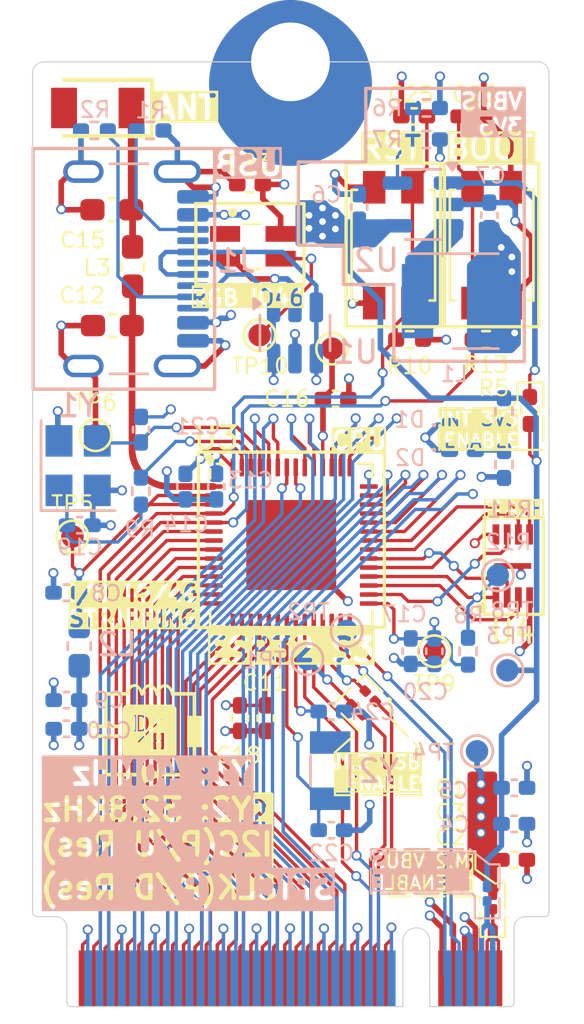
<source format=kicad_pcb>
(kicad_pcb (version 20241229) (generator "pcbnew") (generator_version "9.0")
  (layers (0 "F.Cu" signal "Top") (4 "In1.Cu" power "GND") (6 "In2.Cu" power "VCC") (2 "B.Cu" signal "Bottom") (13 "F.Paste" user) (15 "B.Paste" user) (5 "F.SilkS" user "F.Silkscreen") (7 "B.SilkS" user "B.Silkscreen") (1 "F.Mask" user) (3 "B.Mask" user) (25 "Edge.Cuts" user))
  (net 0 "")
  (net 1 "VBUS")
  (net 2 "Earth")
  (net 3 "+3V3")
  (net 4 "/OSC_IN")
  (net 5 "/OSC_OUT")
  (net 6 "/OSC32_IN")
  (net 7 "/OSC32_OUT")
  (net 8 "VDD_SPI")
  (net 9 "/USB_D+")
  (net 10 "/USB_CC1")
  (net 11 "/USB_CC2")
  (net 12 "/USB_D-")
  (net 13 "/M.2_USB_D-")
  (net 14 "/M.2_USB_D+")
  (net 15 "/FLASH_QSPI_nCS")
  (net 16 "/FLASH_QSPI_CLK")
  (net 17 "/RF1")
  (net 18 "/RF2")
  (net 19 "/FLASH_QSPI_DI")
  (net 20 "/FLASH_QSPI_nH")
  (net 21 "/FLASH_QSPI_nWP")
  (net 22 "/FLASH_QSPI_DO")
  (net 23 "+3V3_RF")
  (net 24 "/CHIP_PU")
  (net 25 "/CHIP_BOOT")
  (net 26 "Net-(C19-Pad1)")
  (net 29 "/GPIO33")
  (net 30 "/GPIO18")
  (net 31 "/GPIO9")
  (net 32 "/GPIO2")
  (net 33 "/GPIO5")
  (net 34 "/GPIO8")
  (net 35 "/GPIO7")
  (net 36 "/GPIO13")
  (net 37 "/GPIO3")
  (net 38 "/GPIO10")
  (net 39 "/GPIO35")
  (net 40 "/GPIO21")
  (net 41 "/SPICLK_P")
  (net 42 "/MTCK")
  (net 43 "/GPIO37")
  (net 44 "/GPIO17")
  (net 45 "/MTDO")
  (net 46 "/GPIO12")
  (net 47 "/GPIO34")
  (net 48 "/GPIO4")
  (net 49 "/U0RXD")
  (net 50 "/U0TXD")
  (net 51 "/SPICS1")
  (net 52 "/GPIO1")
  (net 53 "/MTDI")
  (net 54 "/GPIO36")
  (net 55 "/GPIO46")
  (net 56 "/GPIO14")
  (net 57 "/SPICLK_N")
  (net 58 "/MTMS")
  (net 59 "/GPIO6")
  (net 60 "/GPIO38")
  (net 61 "/GPIO11")
  (net 62 "/GPIO45")
  (net 63 "Net-(U2-SW)")
  (net 64 "Net-(U2-EN)")
  (net 67 "Net-(J2-1)")
  (net 68 "Net-(J2-2)")
  (net 69 "Net-(D1-A)")
  (net 70 "Net-(D2-A)")
  (net 71 "Net-(U2-FB)")
  (footprint "Resistor_SMD:R_0402_1005Metric_Pad0.72x0.64mm_HandSolder" (layer "F.Cu") (at 239.55 106.6 90)
    (property "Reference" "R5")
    (property "Value" "22R")
  )
  (footprint "Capacitor_SMD:C_0402_1005Metric_Pad0.74x0.62mm_HandSolder" (layer "F.Cu") (at 230.9075 106.075)
    (property "Reference" "C16")
    (property "Value" "100n")
  )
  (footprint "Resistor_SMD:R_0201_0603Metric" (layer "F.Cu") (at 231.85 119.9 -45)
    (property "Reference" "R3" (hide yes))
    (property "Value" "22R")
  )
  (footprint "LOGO" (layer "F.Cu") (at 222.5 121.05)
    (property "Reference" "G***" (hide yes))
    (property "Value" "LOGO" (hide yes))
  )
  (footprint "Inductor_SMD:L_0603_1608Metric_Pad1.05x0.95mm_HandSolder" (layer "F.Cu") (at 221.875 100.2 90)
    (property "Reference" "L3")
    (property "Value" "2n2")
  )
  (footprint "Package_DFN_QFN:QFN-56-1EP_7x7mm_P0.4mm_EP4x4mm" (layer "F.Cu") (at 228.935 112.58)
    (property "Reference" "U3")
    (property "Value" "ESP32-S3R8")
  )
  (footprint "Capacitor_SMD:C_0603_1608Metric_Pad1.08x0.95mm_HandSolder" (layer "F.Cu") (at 220.95 97.675 180)
    (property "Reference" "C15")
    (property "Value" "3p3")
  )
  (footprint "PCB_Lib_DaanHeetkamp_KiCad:WS2812C2020" (layer "F.Cu") (at 227.225 99.3 180)
    (property "Reference" "LED1" (hide yes))
    (property "Value" "WS2812C-2020-V1" (hide yes))
  )
  (footprint "TestPoint:TestPoint_Pad_D1.0mm" (layer "F.Cu") (at 227.525 103.25)
    (property "Reference" "TP10")
    (property "Value" "TestPoint")
  )
  (footprint "Capacitor_SMD:C_0402_1005Metric_Pad0.74x0.62mm_HandSolder" (layer "F.Cu") (at 227.1 96.55 180)
    (property "Reference" "C23")
    (property "Value" "100n")
  )
  (footprint "Capacitor_SMD:C_0402_1005Metric_Pad0.74x0.62mm_HandSolder" (layer "F.Cu") (at 226.65 120.275 -90)
    (property "Reference" "C18")
    (property "Value" "100n")
  )
  (footprint "Button_Switch_SMD:SW_SPST_EVQP2" (layer "F.Cu") (at 233.475 99.25 90)
    (property "Reference" "RST1" (hide yes))
    (property "Value" "SW_RST")
  )
  (footprint "PCB_Lib_DaanHeetkamp_KiCad:USON-8-2X3_P0.6mm" (layer "F.Cu") (at 238.79 113.51 90)
    (property "Reference" "U4")
    (property "Value" "W25Q16JVUXIQ" (hide yes))
  )
  (footprint "Capacitor_SMD:C_0402_1005Metric_Pad0.74x0.62mm_HandSolder" (layer "F.Cu") (at 238.85 126.575)
    (property "Reference" "C2")
    (property "Value" "100n")
  )
  (footprint "Capacitor_SMD:C_0603_1608Metric_Pad1.08x0.95mm_HandSolder" (layer "F.Cu") (at 220.975 102.825 180)
    (property "Reference" "C12")
    (property "Value" "3p3")
  )
  (footprint "PCB_Lib_DaanHeetkamp_KiCad:ANTC3216X140N" (layer "F.Cu") (at 220.325 93.15 180)
    (property "Reference" "ANT1" (hide yes))
    (property "Value" "KH-3216-H0209" (hide yes))
  )
  (footprint "Capacitor_SMD:C_0402_1005Metric_Pad0.74x0.62mm_HandSolder" (layer "F.Cu") (at 227.8 120.275 -90)
    (property "Reference" "C11")
    (property "Value" "1u")
  )
  (footprint "Capacitor_SMD:C_0402_1005Metric_Pad0.74x0.62mm_HandSolder" (layer "F.Cu") (at 238.8575 123.375)
    (property "Reference" "C1")
    (property "Value" "4u7")
  )
  (footprint "TestPoint:TestPoint_Pad_D1.0mm" (layer "F.Cu") (at 235.3 117.3)
    (property "Reference" "TP9")
    (property "Value" "TestPoint")
  )
  (footprint "Resistor_SMD:R_0402_1005Metric_Pad0.72x0.64mm_HandSolder" (layer "F.Cu") (at 237.6 103.45 180)
    (property "Reference" "R13")
    (property "Value" "10k")
  )
  (footprint "TestPoint:TestPoint_Pad_D1.0mm" (layer "F.Cu") (at 220.225 107.7)
    (property "Reference" "TP6")
    (property "Value" "TestPoint")
  )
  (footprint "Resistor_SMD:R_0201_0603Metric" (layer "F.Cu") (at 232.45 119.3 -45)
    (property "Reference" "R4" (hide yes))
    (property "Value" "22R" (hide yes))
  )
  (footprint "Resistor_SMD:R_0201_0603Metric" (layer "F.Cu") (at 237.9 128.45 90)
    (property "Reference" "JP1" (hide yes))
    (property "Value" "3V3_M2")
  )
  (footprint "Capacitor_SMD:C_0402_1005Metric_Pad0.74x0.62mm_HandSolder" (layer "F.Cu") (at 238.8575 124.975)
    (property "Reference" "C3")
    (property "Value" "100n")
  )
  (footprint "TestPoint:TestPoint_Pad_D1.0mm" (layer "F.Cu") (at 219.2 112.2)
    (property "Reference" "TP5")
    (property "Value" "TestPoint")
  )
  (footprint "M.2-Card-Footprints:M.2-B-KEY" (layer "F.Cu") (at 228.9 133.1)
    (property "Reference" "J2" (hide yes))
    (property "Value" "M.2-B-KEY" (hide yes))
    (fp_line (start -11.475 -41.5) (end -11.475 -4.2) (stroke (width 0.05)) (layer "Edge.Cuts"))
    (fp_line (start -11.275 -4) (end -10.45 -4) (stroke (width 0.05)) (layer "Edge.Cuts"))
    (fp_line (start -9.95 -3.5) (end -9.95 -0.2) (stroke (width 0.05)) (layer "Edge.Cuts"))
    (fp_line (start -9.75 0) (end 5 0) (stroke (width 0.05)) (layer "Edge.Cuts"))
    (fp_line (start 5 -2.9) (end 5 0) (stroke (width 0.05)) (layer "Edge.Cuts"))
    (fp_line (start 6.2 -2.9) (end 6.2 0) (stroke (width 0.05)) (layer "Edge.Cuts"))
    (fp_line (start 6.2 0) (end 9.75 0) (stroke (width 0.05)) (layer "Edge.Cuts"))
    (fp_line (start 9.95 -0.2) (end 9.95 -3.5) (stroke (width 0.05)) (layer "Edge.Cuts"))
    (fp_line (start 10.45 -4) (end 11.3 -4) (stroke (width 0.05)) (layer "Edge.Cuts"))
    (fp_line (start 11 -42) (end -10.975 -42) (stroke (width 0.05)) (layer "Edge.Cuts"))
    (fp_line (start 11.5 -4.2) (end 11.5 -41.5) (stroke (width 0.05)) (layer "Edge.Cuts"))
    (fp_arc (start -11.475 -41.5) (mid -11.328553 -41.853553) (end -10.975 -42) (stroke (width 0.05)) (layer "Edge.Cuts"))
    (fp_arc (start -11.275 -4) (mid -11.416421 -4.058579) (end -11.475 -4.2) (stroke (width 0.05)) (layer "Edge.Cuts"))
    (fp_arc (start -10.45 -4) (mid -10.096447 -3.853553) (end -9.95 -3.5) (stroke (width 0.05)) (layer "Edge.Cuts"))
    (fp_arc (start -9.75 0) (mid -9.891421 -0.058579) (end -9.95 -0.2) (stroke (width 0.05)) (layer "Edge.Cuts"))
    (fp_arc (start 5 -2.9) (mid 5.175736 -3.324264) (end 5.6 -3.5) (stroke (width 0.05)) (layer "Edge.Cuts"))
    (fp_arc (start 5.6 -3.5) (mid 6.024264 -3.324264) (end 6.2 -2.9) (stroke (width 0.05)) (layer "Edge.Cuts"))
    (fp_arc (start 9.95 -3.5) (mid 10.096447 -3.853553) (end 10.45 -4) (stroke (width 0.05)) (layer "Edge.Cuts"))
    (fp_arc (start 9.95 -0.2) (mid 9.891421 -0.058579) (end 9.75 0) (stroke (width 0.05)) (layer "Edge.Cuts"))
    (fp_arc (start 11 -42) (mid 11.353553 -41.853553) (end 11.5 -41.5) (stroke (width 0.05)) (layer "Edge.Cuts"))
    (fp_arc (start 11.5 -4.2) (mid 11.441421 -4.058579) (end 11.3 -4) (stroke (width 0.05)) (layer "Edge.Cuts"))
  )
  (footprint "Resistor_SMD:R_0402_1005Metric_Pad0.72x0.64mm_HandSolder" (layer "F.Cu") (at 234.2 103.45 180)
    (property "Reference" "R10")
    (property "Value" "10k")
  )
  (footprint "TestPoint:TestPoint_Pad_D1.0mm" (layer "F.Cu") (at 230.75 103.85)
    (property "Reference" "TP7" (hide yes))
    (property "Value" "TestPoint")
  )
  (footprint "Capacitor_SMD:C_0402_1005Metric_Pad0.74x0.62mm_HandSolder" (layer "F.Cu") (at 234.4 93.525 180)
    (property "Reference" "C25")
    (property "Value" "100n")
  )
  (footprint "Capacitor_SMD:C_0402_1005Metric_Pad0.74x0.62mm_HandSolder" (layer "F.Cu") (at 236.95 93.525)
    (property "Reference" "C26")
    (property "Value" "100n")
  )
  (footprint "Button_Switch_SMD:SW_SPST_EVQP2" (layer "F.Cu") (at 237.85 99.25 -90)
    (property "Reference" "BOOT1" (hide yes))
    (property "Value" "SW_BOOT")
  )
  (footprint "Package_TO_SOT_SMD:SOT-23-5" (layer "B.Cu") (at 234.8 97.4375 180)
    (property "Reference" "U2")
    (property "Value" "TLV62568DBVR")
  )
  (footprint "Crystal:Crystal_SMD_3215-2Pin_3.2x1.5mm" (layer "B.Cu") (at 230.665 122.61 -90)
    (property "Reference" "Y2")
    (property "Value" "32.768KHz")
  )
  (footprint "TestPoint:TestPoint_Pad_D1.0mm" (layer "B.Cu") (at 231.4 116.4)
    (property "Reference" "TP2")
    (property "Value" "TestPoint")
  )
  (footprint "Resistor_SMD:R_0402_1005Metric_Pad0.72x0.64mm_HandSolder" (layer "B.Cu") (at 234.95 94.55)
    (property "Reference" "R7")
    (property "Value" "100k")
  )
  (footprint "Resistor_SMD:R_0201_0603Metric" (layer "B.Cu") (at 237.65 128.1 -90)
    (property "Reference" "JP2" (hide yes))
    (property "Value" "VBUS_M2")
  )
  (footprint "Capacitor_SMD:C_0402_1005Metric_Pad0.74x0.62mm_HandSolder" (layer "B.Cu") (at 218.9325 119.475 180)
    (property "Reference" "C9")
    (property "Value" "100n")
  )
  (footprint "Capacitor_SMD:C_0402_1005Metric_Pad0.74x0.62mm_HandSolder" (layer "B.Cu") (at 235.3 117.3 -90)
    (property "Reference" "C20")
    (property "Value" "1u")
  )
  (footprint "TestPoint:TestPoint_Pad_D1.0mm" (layer "B.Cu") (at 238.55 118.15 180)
    (property "Reference" "TP3")
    (property "Value" "TestPoint")
  )
  (footprint "Inductor_SMD:L_0603_1608Metric_Pad1.05x0.95mm_HandSolder" (layer "B.Cu") (at 219.5 117.075 -90)
    (property "Reference" "L2")
    (property "Value" "2n2")
  )
  (footprint "Capacitor_SMD:C_0402_1005Metric_Pad0.74x0.62mm_HandSolder" (layer "B.Cu") (at 225.6 109.9825 -90)
    (property "Reference" "C13")
    (property "Value" "100n")
  )
  (footprint "Capacitor_SMD:C_0402_1005Metric_Pad0.74x0.62mm_HandSolder" (layer "B.Cu") (at 238.8575 123.375)
    (property "Reference" "C5")
    (property "Value" "4u7")
  )
  (footprint "Crystal:Crystal_SMD_3225-4Pin_3.2x2.5mm" (layer "B.Cu") (at 219.45 109.05 90)
    (property "Reference" "Y1")
    (property "Value" "40MHz")
  )
  (footprint "TestPoint:TestPoint_Pad_D1.0mm" (layer "B.Cu") (at 238.125 113.925)
    (property "Reference" "TP8")
    (property "Value" "TestPoint")
  )
  (footprint "Resistor_SMD:R_0402_1005Metric_Pad0.72x0.64mm_HandSolder" (layer "B.Cu") (at 236.8 117.3 -90)
    (property "Reference" "R8")
    (property "Value" "100k")
  )
  (footprint "Capacitor_SMD:C_0402_1005Metric_Pad0.74x0.62mm_HandSolder" (layer "B.Cu") (at 237.75 97.925 90)
    (property "Reference" "C7")
    (property "Value" "10u")
  )
  (footprint "Capacitor_SMD:C_0402_1005Metric_Pad0.74x0.62mm_HandSolder" (layer "B.Cu") (at 222.25 107.45 90)
    (property "Reference" "C21")
    (property "Value" "10p")
  )
  (footprint "Capacitor_SMD:C_0402_1005Metric_Pad0.74x0.62mm_HandSolder" (layer "B.Cu") (at 231.95 97.55 90)
    (property "Reference" "C6")
    (property "Value" "4u7")
  )
  (footprint "Resistor_SMD:R_0402_1005Metric_Pad0.72x0.64mm_HandSolder" (layer "B.Cu") (at 220.175 94.15 180)
    (property "Reference" "R2")
    (property "Value" "5k1")
  )
  (footprint "Resistor_SMD:R_0402_1005Metric_Pad0.72x0.64mm_HandSolder" (layer "B.Cu") (at 234.95 93.15 180)
    (property "Reference" "R6")
    (property "Value" "450k")
  )
  (footprint "Package_TO_SOT_SMD:SOT-23-6" (layer "B.Cu") (at 229.1 103.15 -90)
    (property "Reference" "U1")
    (property "Value" "USBLC6-2SC6")
  )
  (footprint "Capacitor_SMD:C_0402_1005Metric_Pad0.74x0.62mm_HandSolder" (layer "B.Cu") (at 238.85 124.975)
    (property "Reference" "C4")
    (property "Value" "100n")
  )
  (footprint "Capacitor_SMD:C_0402_1005Metric_Pad0.74x0.62mm_HandSolder" (layer "B.Cu") (at 218.9325 120.75 180)
    (property "Reference" "C10")
    (property "Value" "10u")
  )
  (footprint "Resistor_SMD:R_0402_1005Metric_Pad0.72x0.64mm_HandSolder" (layer "B.Cu") (at 222.243071 110.181371 -90)
    (property "Reference" "R9")
    (property "Value" "22R")
  )
  (footprint "Resistor_SMD:R_0402_1005Metric_Pad0.72x0.64mm_HandSolder" (layer "B.Cu") (at 222.65 94.15)
    (property "Reference" "R1")
    (property "Value" "5k1")
  )
  (footprint "TestPoint:TestPoint_Pad_D1.0mm" (layer "B.Cu") (at 237.2 121.75 180)
    (property "Reference" "TP4")
    (property "Value" "TestPoint")
  )
  (footprint "Capacitor_SMD:C_0402_1005Metric_Pad0.74x0.62mm_HandSolder" (layer "B.Cu") (at 218.925 114.7 180)
    (property "Reference" "C8")
    (property "Value" "100n")
  )
  (footprint "LED_SMD:LED_0402_1005Metric_Pad0.77x0.64mm_HandSolder" (layer "B.Cu") (at 236.55 107.25)
    (property "Reference" "D1")
    (property "Value" "LED")
  )
  (footprint "Capacitor_SMD:C_0402_1005Metric_Pad0.74x0.62mm_HandSolder" (layer "B.Cu") (at 219.52071 111.701651)
    (property "Reference" "C19")
    (property "Value" "10p")
  )
  (footprint "Inductor_SMD_Wurth:L_Wurth_WE-LQSH-4020" (layer "B.Cu") (at 236.15 101.7375)
    (property "Reference" "L1")
    (property "Value" "2u2")
  )
  (footprint "Capacitor_SMD:C_0402_1005Metric_Pad0.74x0.62mm_HandSolder" (layer "B.Cu") (at 230.72 125.2575)
    (property "Reference" "C22")
    (property "Value" "20p")
  )
  (footprint "Resistor_SMD:R_0402_1005Metric_Pad0.72x0.64mm_HandSolder" (layer "B.Cu") (at 238.4 109 90)
    (property "Reference" "R12")
    (property "Value" "10k")
  )
  (footprint "TestPoint:TestPoint_Pad_D1.0mm" (layer "B.Cu") (at 229.65 117.65)
    (property "Reference" "TP1")
    (property "Value" "TestPoint")
  )
  (footprint "Resistor_SMD:R_0402_1005Metric_Pad0.72x0.64mm_HandSolder" (layer "B.Cu") (at 238.4 106.65 -90)
    (property "Reference" "R11")
    (property "Value" "10k")
  )
  (footprint "LED_SMD:LED_0402_1005Metric_Pad0.77x0.64mm_HandSolder" (layer "B.Cu") (at 236.55 108.35)
    (property "Reference" "D2")
    (property "Value" "LED")
  )
  (footprint "Connector_USB:USB_C_Receptacle_GCT_USB4105-xx-A_16P_TopMnt_Horizontal" (layer "B.Cu") (at 220.76 100.3 90)
    (property "Reference" "J1")
    (property "Value" "USB-C")
  )
  (footprint "Capacitor_SMD:C_0402_1005Metric_Pad0.74x0.62mm_HandSolder" (layer "B.Cu") (at 224.225 109.9825 -90)
    (property "Reference" "C14")
    (property "Value" "100n")
  )
  (footprint "Capacitor_SMD:C_0402_1005Metric_Pad0.74x0.62mm_HandSolder" (layer "B.Cu") (at 234.25 117.3 -90)
    (property "Reference" "C17")
    (property "Value" "100n")
  )
  (footprint "Capacitor_SMD:C_0402_1005Metric_Pad0.74x0.62mm_HandSolder" (layer "B.Cu") (at 230.72 119.9825)
    (property "Reference" "C24")
    (property "Value" "20p")
  )
  (gr_rect (start 218.075 123.675) (end 228.05 128.5) (stroke (width 0.2)) (fill no) (layer "F.SilkS"))
  (gr_rect (start 235.75 95.602293) (end 239.950587 102.875) (stroke (width 0.15)) (fill no) (layer "F.SilkS"))
  (gr_poly (pts (xy 233.3 126.2) (xy 237.125 126.2) (xy 237.125 127) (xy 238 127.625) (xy 238.45 127.625) (xy 238.45 130) (xy 237.35 130) (xy 237.35 128.3) (xy 237.25 128.2) (xy 233.3 128.2)) (stroke (width 0.1) (type dash)) (fill no) (layer "F.SilkS"))
  (gr_rect (start 237.517131 111.367403) (end 240.142718 115.662816) (stroke (width 0.15)) (fill no) (layer "F.SilkS"))
  (gr_poly (pts (xy 234.7 123.7) (xy 230.875 123.7) (xy 230.875 121.8) (xy 231.941728 120.846753) (xy 230.796051 119.701076) (xy 232.218116 118.318311) (xy 233.352512 119.45) (xy 233.352512 120.298504) (xy 234.7 121.7)) (stroke (width 0.1) (type dash)) (fill no) (layer "F.SilkS"))
  (gr_poly (pts (xy 235.525 106.5) (xy 238.65 106.5) (xy 239 106.15) (xy 239 105.35) (xy 240.15 105.35) (xy 240.15 108.35) (xy 239.25 108.35) (xy 238.25 108.35) (xy 235.525 108.35)) (stroke (width 0.1) (type dash)) (fill no) (layer "F.SilkS"))
  (gr_rect (start 225.275247 116.225) (end 232.597686 116.525) (stroke (width 0.1)) (fill yes) (layer "F.SilkS"))
  (gr_rect (start 231.374413 95.602293) (end 235.575 102.875) (stroke (width 0.15)) (fill no) (layer "F.SilkS"))
  (gr_rect (start 224.8 108.45) (end 233.075 116.25) (stroke (width 0.15)) (fill no) (layer "F.SilkS"))
  (gr_rect (start 224.69 97.402293) (end 229.500587 101) (stroke (width 0.15)) (fill no) (layer "F.SilkS"))
  (gr_poly (pts (xy 239.3 92.275) (xy 239.3 104.425) (xy 233.5 104.4) (xy 233.5 101) (xy 231.25 101) (xy 231.25 99.25) (xy 229.25 99.25) (xy 229.25 95.55) (xy 232.25 95.55) (xy 232.25 92.28)) (stroke (width 0.15)) (fill no) (layer "B.SilkS"))
  (gr_rect (start 217.45 94.95) (end 225.525 105.65) (stroke (width 0.15)) (fill no) (layer "B.SilkS"))
  (gr_poly (pts (xy 232.475 126.1) (xy 236.875 126.1) (xy 237.75 126.775) (xy 238.2 126.775) (xy 238.2 129.175) (xy 237.1 129.175) (xy 237.1 128.2) (xy 237 128.075) (xy 232.475 128.075)) (stroke (width 0.1) (type dash)) (fill no) (layer "B.SilkS"))
  (gr_text "BOOT" (at 235.75 95.5 0) (layer "F.SilkS" knockout) (effects (font (size 1 1) (thickness 0.15) (bold yes)) (justify left bottom)))
  (gr_text "INT 3V3\nENABLE\n" (at 239.1 108.3 0) (layer "F.SilkS" knockout) (effects (font (size 0.6 0.6) (thickness 0.1) (bold yes)) (justify right bottom)))
  (gr_text "M.2 3V3\nENABLE\n" (at 237.1 128.05 0) (layer "F.SilkS" knockout) (effects (font (size 0.6 0.6) (thickness 0.1) (bold yes)) (justify right bottom)))
  (gr_text "ESP32 S3" (at 225.0663 117.826431 0) (layer "F.SilkS" knockout) (effects (font (size 1 1) (thickness 0.2) (bold yes)) (justify left bottom)))
  (gr_text "M.2 USB\nENABLE\n" (at 234.75 123.55 0) (layer "F.SilkS" knockout) (effects (font (size 0.6 0.6) (thickness 0.1) (bold yes)) (justify right bottom)))
  (gr_text "FLASH" (at 237.415495 111.32347 0) (layer "F.SilkS" knockout) (effects (font (size 0.6 0.6) (thickness 0.1) (bold yes)) (justify left bottom)))
  (gr_text "ESP32S3.M.2\nD.Heetkamp\n27-2-25 V2" (at 218.05 128.325 0) (layer "F.SilkS" knockout) (effects (font (size 1 1) (thickness 0.2)) (justify left bottom)))
  (gr_text "RST" (at 231.9 95.5 0) (layer "F.SilkS" knockout) (effects (font (size 1 1) (thickness 0.15) (bold yes)) (justify left bottom)))
  (gr_text "RGB IO46" (at 224.4 102 0) (layer "F.SilkS" knockout) (effects (font (size 0.7 0.7) (thickness 0.12) (bold yes)) (justify left bottom)))
  (gr_text "CPU" (at 230.64 108.406436 0) (layer "F.SilkS" knockout) (effects (font (size 0.8 0.8)) (justify left bottom)))
  (gr_text "I/O 45/46  \nSTRAPPING " (at 218.947704 116.265 0) (layer "F.SilkS" knockout) (effects (font (size 0.7 0.7) (thickness 0.15) (bold yes)) (justify left bottom)))
  (gr_text "ANT" (at 222.775 93.725 0) (layer "F.SilkS" knockout) (effects (font (size 1 1) (thickness 0.2)) (justify left bottom)))
  (gr_text "M.2 VBUS\nENABLE\n" (at 232.5 127.95 0) (layer "B.SilkS" knockout) (effects (font (size 0.6 0.6) (thickness 0.1) (bold yes)) (justify right bottom mirror)))
  (gr_text "Y1: 40MHz\nY2: 32.8KHz" (at 227.27238 124.931251 0) (layer "B.SilkS" knockout) (effects (font (size 1 1) (thickness 0.2) (bold yes)) (justify left bottom mirror)))
  (gr_text "USB" (at 228.675 96.225 0) (layer "B.SilkS" knockout) (effects (font (size 1 1) (thickness 0.2)) (justify left bottom mirror)))
  (gr_text "SPICLK(P/D Res)" (at 230.986905 128.4 0) (layer "B.SilkS" knockout) (effects (font (size 1 1) (thickness 0.2) (bold yes)) (justify left bottom mirror)))
  (gr_text "VBUS\n3V3\n" (at 239.3 94.4 0) (layer "B.SilkS" knockout) (effects (font (size 0.7 0.7)) (justify left bottom mirror)))
  (gr_text "I2C(P/U Res)" (at 228.225 126.475 0) (layer "B.SilkS" knockout) (effects (font (size 1 1) (thickness 0.2)) (justify left bottom mirror)))
  (segment (start 239.85 108.85) (end 239.55 108.55) (width 0.15) (layer "F.Cu") (net 1))
  (segment (start 239.55 108.55) (end 239.55 107.1975) (width 0.15) (layer "F.Cu") (net 1))
  (via (at 230.325 98.85) (size 0.45) (drill 0.3) (layers "F.Cu" "B.Cu") (net 1))
  (via (at 230.325 97.595997) (size 0.45) (drill 0.3) (layers "F.Cu" "B.Cu") (net 1))
  (via (at 226.25 102.35) (size 0.45) (drill 0.3) (layers "F.Cu" "B.Cu") (net 1))
  (via (at 229.1 103.2) (size 0.45) (drill 0.3) (layers "F.Cu" "B.Cu") (net 1))
  (via (at 225.6 102.675) (size 0.45) (drill 0.3) (layers "F.Cu" "B.Cu") (net 1))
  (via (at 230.9 98.529003) (size 0.45) (drill 0.3) (layers "F.Cu" "B.Cu") (net 1))
  (via (at 239.85 108.85) (size 0.45) (drill 0.3) (layers "F.Cu" "B.Cu") (net 1))
  (via (at 226.875 97.9) (size 0.45) (drill 0.3) (layers "F.Cu" "B.Cu") (net 1))
  (via (at 230.9 97.925) (size 0.45) (drill 0.3) (layers "F.Cu" "B.Cu") (net 1))
  (via (at 230.325 98.2) (size 0.45) (drill 0.3) (layers "F.Cu" "B.Cu") (net 1))
  (via (at 229.725 98.5) (size 0.45) (drill 0.3) (layers "F.Cu" "B.Cu") (net 1))
  (via (at 225.95 97.9) (size 0.45) (drill 0.3) (layers "F.Cu" "B.Cu") (net 1))
  (via (at 229.725 97.925) (size 0.45) (drill 0.3) (layers "F.Cu" "B.Cu") (net 1))
  (segment (start 239.85 119.475) (end 238.29 121.035) (width 0.25) (layer "B.Cu") (net 1))
  (segment (start 238.29 123.375) (end 238.29 124.9675) (width 0.25) (layer "B.Cu") (net 1))
  (segment (start 224.44 97.9) (end 225.95 97.9) (width 0.25) (layer "B.Cu") (net 1))
  (segment (start 239.825 108.825) (end 239.825 106.75) (width 0.25) (layer "B.Cu") (net 1))
  (segment (start 239.825 106.75) (end 239.1275 106.0525) (width 0.25) (layer "B.Cu") (net 1))
  (segment (start 231.55 100.4) (end 231.55 99.125) (width 0.25) (layer "B.Cu") (net 1))
  (segment (start 239.85 108.85) (end 239.825 108.825) (width 0.25) (layer "B.Cu") (net 1))
  (segment (start 232.9 103.825) (end 232.9 101.75) (width 0.25) (layer "B.Cu") (net 1))
  (segment (start 238.55 118.15) (end 239.85 118.15) (width 0.25) (layer "B.Cu") (net 1))
  (segment (start 231.95 98.1175) (end 232.1325 98.3) (width 0.25) (layer "B.Cu") (net 1))
  (segment (start 237.65 126.575) (end 238.2825 125.9425) (width 0.25) (layer "B.Cu") (net 1))
  (segment (start 239.1275 106.0525) (end 238.4 106.0525) (width 0.25) (layer "B.Cu") (net 1))
  (segment (start 226.875 97.9) (end 225.95 97.9) (width 0.25) (layer "B.Cu") (net 1))
  (segment (start 232.9 101.75) (end 231.55 100.4) (width 0.25) (layer "B.Cu") (net 1))
  (segment (start 229.1 104.2875) (end 229.1 103.2) (width 0.25) (layer "B.Cu") (net 1))
  (segment (start 238.29 124.9675) (end 238.2825 124.975) (width 0.25) (layer "B.Cu") (net 1))
  (segment (start 238.3975 106.05) (end 235.125 106.05) (width 0.25) (layer "B.Cu") (net 1))
  (segment (start 239.85 108.85) (end 239.85 118.15) (width 0.25) (layer "B.Cu") (net 1))
  (segment (start 238.29 121.035) (end 238.29 123.375) (width 0.25) (layer "B.Cu") (net 1))
  (segment (start 237.65 127.78) (end 237.65 126.575) (width 0.25) (layer "B.Cu") (net 1))
  (segment (start 226.1 102.5) (end 226.25 102.35) (width 0.25) (layer "B.Cu") (net 1))
  (segment (start 225.6 102.675) (end 224.465 102.675) (width 0.25) (layer "B.Cu") (net 1))
  (segment (start 225.775 102.5) (end 226.1 102.5) (width 0.25) (layer "B.Cu") (net 1))
  (segment (start 225.6 102.675) (end 225.775 102.5) (width 0.25) (layer "B.Cu") (net 1))
  (segment (start 235.125 106.05) (end 232.9 103.825) (width 0.25) (layer "B.Cu") (net 1))
  (segment (start 239.85 118.15) (end 239.85 119.475) (width 0.25) (layer "B.Cu") (net 1))
  (segment (start 238.2825 125.9425) (end 238.2825 124.975) (width 0.25) (layer "B.Cu") (net 1))
  (segment (start 238.4 106.0525) (end 238.3975 106.05) (width 0.25) (layer "B.Cu") (net 1))
  (segment (start 231.89 130.11) (end 231.89 129.7175) (width 0.15) (layer "F.Cu") (net 2))
  (segment (start 222.64 131.87) (end 222.64 130.36) (width 0.15) (layer "F.Cu") (net 2))
  (segment (start 236.65 131.85) (end 236.65 129.725) (width 0.25) (layer "F.Cu") (net 2))
  (segment (start 220.225 105.16) (end 219.685 104.62) (width 0.25) (layer "F.Cu") (net 2))
  (segment (start 219.17 95.98) (end 218.7 96.45) (width 0.25) (layer "F.Cu") (net 2))
  (segment (start 227.39 129.6975) (end 227.38 129.6875) (width 0.15) (layer "F.Cu") (net 2))
  (segment (start 238.7 101.825) (end 238.7 101.625) (width 0.25) (layer "F.Cu") (net 2))
  (segment (start 239.425 123.375) (end 239.425 122.4) (width 0.25) (layer "F.Cu") (net 2))
  (segment (start 219.685 104.62) (end 219.245 104.62) (width 0.25) (layer "F.Cu") (net 2))
  (segment (start 223.865 95.98) (end 224.56 96.675) (width 0.25) (layer "F.Cu") (net 2))
  (segment (start 231.89 129.7175) (end 231.865 129.6925) (width 0.15) (layer "F.Cu") (net 2))
  (segment (start 231.45 96.675) (end 232.625 96.675) (width 0.25) (layer "F.Cu") (net 2))
  (segment (start 237.125 129.595997) (end 237.125 131.825) (width 0.25) (layer "F.Cu") (net 2))
  (segment (start 239.425 127.425) (end 239.425 126.5825) (width 0.25) (layer "F.Cu") (net 2))
  (segment (start 238.7 94.7075) (end 237.5175 93.525) (width 0.25) (layer "F.Cu") (net 2))
  (segment (start 226.4575 96.55) (end 225.8875 95.98) (width 0.25) (layer "F.Cu") (net 2))
  (segment (start 231.635 130.365) (end 231.89 130.11) (width 0.15) (layer "F.Cu") (net 2))
  (segment (start 219.88 130.12) (end 219.88 129.6775) (width 0.15) (layer "F.Cu") (net 2))
  (segment (start 223.865 95.98) (end 225.8875 95.98) (width 0.25) (layer "F.Cu") (net 2))
  (segment (start 221.15 130.35) (end 221.39 130.11) (width 0.15) (layer "F.Cu") (net 2))
  (segment (start 224.56 96.675) (end 225.575 96.675) (width 0.25) (layer "F.Cu") (net 2))
  (segment (start 219.245 104.62) (end 218.7 104.075) (width 0.25) (layer "F.Cu") (net 2))
  (segment (start 225.915 129.7325) (end 225.87 129.6875) (width 0.15) (layer "F.Cu") (net 2))
  (segment (start 220.225 107.7) (end 220.225 105.16) (width 0.25) (layer "F.Cu") (net 2))
  (segment (start 224.14 130.36) (end 224.39 130.11) (width 0.15) (layer "F.Cu") (net 2))
  (segment (start 231.5 105.175) (end 231.5 106.05) (width 0.25) (layer "F.Cu") (net 2))
  (segment (start 239.1 117.3) (end 239.54 116.86) (width 0.25) (layer "F.Cu") (net 2))
  (segment (start 235.65 131.85) (end 235.65 129.6) (width 0.25) (layer "F.Cu") (net 2))
  (segment (start 233.85 91.75) (end 233.8325 91.7675) (width 0.25) (layer "F.Cu") (net 2))
  (segment (start 225.08 104.62) (end 226 103.7) (width 0.25) (layer "F.Cu") (net 2))
  (segment (start 239.625 98.9) (end 238.9 98.175) (width 0.25) (layer "F.Cu") (net 2))
  (segment (start 236.15 129.495997) (end 236.15 131.85) (width 0.25) (layer "F.Cu") (net 2))
  (segment (start 218.725 97.675) (end 218.7 97.65) (width 0.25) (layer "F.Cu") (net 2))
  (segment (start 238.9 98.175) (end 238.9 96.875) (width 0.25) (layer "F.Cu") (net 2))
  (segment (start 219.65 130.35) (end 219.88 130.12) (width 0.15) (layer "F.Cu") (net 2))
  (segment (start 233.385 129.7025) (end 233.375 129.6925) (width 0.15) (layer "F.Cu") (net 2))
  (segment (start 239.54 116.86) (end 239.54 114.91) (width 0.25) (layer "F.Cu") (net 2))
  (segment (start 225.915 130.085) (end 225.915 129.7325) (width 0.15) (layer "F.Cu") (net 2))
  (segment (start 221.15 131.86) (end 221.15 130.35) (width 0.15) (layer "F.Cu") (net 2))
  (segment (start 225.64 131.87) (end 225.64 130.36) (width 0.15) (layer "F.Cu") (net 2))
  (segment (start 228.935 112.585) (end 228.935 112.58) (width 0.25) (layer "F.Cu") (net 2))
  (segment (start 226 120.85) (end 226.0075 120.8425) (width 0.25) (layer "F.Cu") (net 2))
  (segment (start 222.64 130.36) (end 222.87 130.13) (width 0.15) (layer "F.Cu") (net 2))
  (segment (start 223.865 104.62) (end 225.08 104.62) (width 0.25) (layer "F.Cu") (net 2))
  (segment (start 233.8325 91.7675) (end 233.8325 93.525) (width 0.25) (layer "F.Cu") (net 2))
  (segment (start 230.875 96.1) (end 231.45 96.675) (width 0.25) (layer "F.Cu") (net 2))
  (segment (start 220.1125 102.825) (end 218.7 102.825) (width 0.25) (layer "F.Cu") (net 2))
  (segment (start 226.0075 120.8425) (end 226.65 120.8425) (width 0.25) (layer "F.Cu") (net 2))
  (segment (start 231.675 101.825) (end 232.625 101.825) (width 0.25) (layer "F.Cu") (net 2))
  (segment (start 218.7 104.075) (end 218.7 102.825) (width 0.25) (layer "F.Cu") (net 2))
  (segment (start 228.875 130.125) (end 228.875 129.6825) (width 0.15) (layer "F.Cu") (net 2))
  (segment (start 225.64 130.36) (end 225.915 130.085) (width 0.15) (layer "F.Cu") (net 2))
  (segment (start 226.5325 96.55) (end 226.4575 96.55) (width 0.25) (layer "F.Cu") (net 2))
  (segment (start 230.145 130.355) (end 230.385 130.115) (width 0.15) (layer "F.Cu") (net 2))
  (segment (start 227.2 100.75) (end 226.3 99.85) (width 0.25) (layer "F.Cu") (net 2))
  (segment (start 237.125 131.825) (end 237.15 131.85) (width 0.25) (layer "F.Cu") (net 2))
  (segment (start 219.685 95.98) (end 219.17 95.98) (width 0.25) (layer "F.Cu") (net 2))
  (segment (start 233.135 130.365) (end 233.385 130.115) (width 0.15) (layer "F.Cu") (net 2))
  (segment (start 236.65 129.120997) (end 237.125 129.595997) (width 0.25) (layer "F.Cu") (net 2))
  (segment (start 239.425 124.975) (end 239.425 125.8) (width 0.25) (layer "F.Cu") (net 2))
  (segment (start 235.65 129.6) (end 235.1 129.05) (width 0.25) (layer "F.Cu") (net 2))
  (segment (start 226.3 99.85) (end 225.99 99.85) (width 0.25) (layer "F.Cu") (net 2))
  (segment (start 235.1 128.445997) (end 236.15 129.495997) (width 0.25) (layer "F.Cu") (net 2))
  (segment (start 237.5 91.8) (end 237.5 93.5075) (width 0.25) (layer "F.Cu") (net 2))
  (segment (start 219.65 131.86) (end 219.65 130.35) (width 0.15) (layer "F.Cu") (net 2))
  (segment (start 230.385 130.115) (end 230.385 129.6825) (width 0.15) (layer "F.Cu") (net 2))
  (segment (start 239.425 126.5825) (end 239.4175 126.575) (width 0.25) (layer "F.Cu") (net 2))
  (segment (start 227.14 130.36) (end 227.39 130.11) (width 0.15) (layer "F.Cu") (net 2))
  (segment (start 239.625 100.7) (end 239.625 98.9) (width 0.25) (layer "F.Cu") (net 2))
  (segment (start 238.7 101.625) (end 239.625 100.7) (width 0.25) (layer "F.Cu") (net 2))
  (segment (start 224.39 130.11) (end 224.39 129.6975) (width 0.15) (layer "F.Cu") (net 2))
  (segment (start 227.14 131.87) (end 227.14 130.36) (width 0.15) (layer "F.Cu") (net 2))
  (segment (start 228.2 100.75) (end 227.2 100.75) (width 0.25) (layer "F.Cu") (net 2))
  (segment (start 220.0875 97.675) (end 218.725 97.675) (width 0.25) (layer "F.Cu") (net 2))
  (segment (start 231.5 106.05) (end 231.475 106.075) (width 0.25) (layer "F.Cu") (net 2))
  (segment (start 233.385 130.115) (end 233.385 129.7025) (width 0.15) (layer "F.Cu") (net 2))
  (segment (start 228.645 130.355) (end 228.875 130.125) (width 0.15) (layer "F.Cu") (net 2))
  (segment (start 237.5 93.5075) (end 237.5175 93.525) (width 0.25) (layer "F.Cu") (net 2))
  (segment (start 227.39 130.11) (end 227.39 129.6975) (width 0.15) (layer "F.Cu") (net 2))
  (segment (start 238.9 96.875) (end 238.7 96.675) (width 0.25) (layer "F.Cu") (net 2))
  (segment (start 221.39 130.11) (end 221.39 129.6775) (width 0.15) (layer "F.Cu") (net 2))
  (segment (start 230.145 131.865) (end 230.145 130.355) (width 0.15) (layer "F.Cu") (net 2))
  (segment (start 224.39 129.6975) (end 224.38 129.6875) (width 0.15) (layer "F.Cu") (net 2))
  (segment (start 239.15 113.525) (end 239.15 113.9) (width 0.25) (layer "F.Cu") (net 2))
  (segment (start 218.7 96.45) (end 218.7 97.65) (width 0.25) (layer "F.Cu") (net 2))
  (segment (start 228.645 131.865) (end 228.645 130.355) (width 0.15) (layer "F.Cu") (net 2))
  (segment (start 231.45 115.075) (end 231.425 115.075) (width 0.25) (layer "F.Cu") (net 2))
  (segment (start 238.7 96.675) (end 238.7 94.7075) (width 0.25) (layer "F.Cu") (net 2))
  (segment (start 233.135 131.875) (end 233.135 130.365) (width 0.15) (layer "F.Cu") (net 2))
  (segment (start 222.87 130.13) (end 222.87 129.6875) (width 0.15) (layer "F.Cu") (net 2))
  (segment (start 231.425 115.075) (end 228.935 112.585) (width 0.25) (layer "F.Cu") (net 2))
  (segment (start 224.14 131.87) (end 224.14 130.36) (width 0.15) (layer "F.Cu") (net 2))
  (segment (start 231.65 101.85) (end 231.675 101.825) (width 0.25) (layer "F.Cu") (net 2))
  (segment (start 226.65 120.8425) (end 227.8 120.8425) (width 0.25) (layer "F.Cu") (net 2))
  (segment (start 231.635 131.875) (end 231.635 130.365) (width 0.15) (layer "F.Cu") (net 2))
  (via (at 222.88 129.65) (size 0.45) (drill 0.3) (layers "F.Cu" "B.Cu") (net 2))
  (via (at 235.55 95.35) (size 0.45) (drill 0.3) (layers "F.Cu" "B.Cu") (net 2))
  (via (at 239.15 113.9) (size 0.45) (drill 0.3) (layers "F.Cu" "B.Cu") (net 2))
  (via (at 218.7 97.65) (size 0.45) (drill 0.3) (layers "F.Cu" "B.Cu") (net 2))
  (via (at 224.39 129.635) (size 0.45) (drill 0.3) (layers "F.Cu" "B.Cu") (net 2))
  (via (at 232.425 124.125) (size 0.45) (drill 0.3) (layers "F.Cu" "B.Cu") (net 2))
  (via (at 230.875 96.1) (size 0.45) (drill 0.3) (layers "F.Cu" "B.Cu") (net 2))
  (via (at 218.548439 106.630888) (size 0.45) (drill 0.3) (layers "F.Cu" "B.Cu") (net 2))
  (via (at 218.365 121.475) (size 0.45) (drill 0.3) (layers "F.Cu" "B.Cu") (net 2))
  (via (at 231.5 105.175) (size 0.45) (drill 0.3) (layers "F.Cu" "B.Cu") (net 2))
  (via (at 237.5 91.8) (size 0.45) (drill 0.3) (layers "F.Cu" "B.Cu") (net 2))
  (via (at 218.365 118.69) (size 0.45) (drill 0.3) (layers "F.Cu" "B.Cu") (net 2))
  (via (at 225.575 96.675) (size 0.45) (drill 0.3) (layers "F.Cu" "B.Cu") (net 2))
  (via (at 228.2 100.75) (size 0.45) (drill 0.3) (layers "F.Cu" "B.Cu") (net 2))
  (via (at 231.65 101.85) (size 0.45) (drill 0.3) (layers "F.Cu" "B.Cu") (net 2))
  (via (at 239.425 122.4) (size 0.45) (drill 0.3) (layers "F.Cu" "B.Cu") (net 2))
  (via (at 218.7 102.825) (size 0.45) (drill 0.3) (layers "F.Cu" "B.Cu") (net 2))
  (via (at 233.39 129.5825) (size 0.45) (drill 0.3) (layers "F.Cu" "B.Cu") (net 2))
  (via (at 219.88 129.6775) (size 0.45) (drill 0.3) (layers "F.Cu" "B.Cu") (net 2))
  (via (at 236.65 129.725) (size 0.45) (drill 0.3) (layers "F.Cu" "B.Cu") (net 2))
  (via (at 225.915 129.6325) (size 0.45) (drill 0.3) (layers "F.Cu" "B.Cu") (net 2))
  (via (at 239.425 125.8) (size 0.45) (drill 0.3) (layers "F.Cu" "B.Cu") (net 2))
  (via (at 231.45 115.075) (size 0.45) (drill 0.3) (layers "F.Cu" "B.Cu") (net 2))
  (via (at 228.88 129.625) (size 0.45) (drill 0.3) (layers "F.Cu" "B.Cu") (net 2))
  (via (at 220.899569 111.701651) (size 0.45) (drill 0.3) (layers "F.Cu" "B.Cu") (net 2))
  (via (at 218.35 113.825) (size 0.45) (drill 0.3) (layers "F.Cu" "B.Cu") (net 2))
  (via (at 234.9 107.8) (size 0.45) (drill 0.3) (layers "F.Cu" "B.Cu") (net 2))
  (via (at 223.575 106.55) (size 0.45) (drill 0.3) (layers "F.Cu" "B.Cu") (net 2))
  (via (at 238.9 98.175) (size 0.45) (drill 0.3) (layers "F.Cu" "B.Cu") (net 2))
  (via (at 235.1 129.05) (size 0.45) (drill 0.3) (layers "F.Cu" "B.Cu") (net 2))
  (via (at 233.5 117.6) (size 0.45) (drill 0.3) (layers "F.Cu" "B.Cu") (net 2))
  (via (at 233.85 91.75) (size 0.45) (drill 0.3) (layers "F.Cu" "B.Cu") (net 2))
  (via (at 226 120.85) (size 0.45) (drill 0.3) (layers "F.Cu" "B.Cu") (net 2))
  (via (at 231.88 129.5975) (size 0.45) (drill 0.3) (layers "F.Cu" "B.Cu") (net 2))
  (via (at 221.4 110.15) (size 0.45) (drill 0.3) (layers "F.Cu" "B.Cu") (net 2))
  (via (at 236.65 129.120997) (size 0.45) (drill 0.3) (layers "F.Cu" "B.Cu") (net 2))
  (via (at 239.1 117.3) (size 0.45) (drill 0.3) (layers "F.Cu" "B.Cu") (net 2))
  (via (at 232.4 121.45) (size 0.45) (drill 0.3) (layers "F.Cu" "B.Cu") (net 2))
  (via (at 221.39 129.6775) (size 0.45) (drill 0.3) (layers "F.Cu" "B.Cu") (net 2))
  (via (at 230.39 129.625) (size 0.45) (drill 0.3) (layers "F.Cu" "B.Cu") (net 2))
  (via (at 239.425 127.425) (size 0.45) (drill 0.3) (layers "F.Cu" "B.Cu") (net 2))
  (via (at 223.4 109.3) (size 0.45) (drill 0.3) (layers "F.Cu" "B.Cu") (net 2))
  (via (at 226 103.7) (size 0.45) (drill 0.3) (layers "F.Cu" "B.Cu") (net 2))
  (via (at 227.39 129.625) (size 0.45) (drill 0.3) (layers "F.Cu" "B.Cu") (net 2))
  (via (at 235.1 128.445997) (size 0.45) (drill 0.3) (layers "F.Cu" "B.Cu") (net 2))
  (segment (start 230.39 129.55) (end 230.39 131.735) (width 0.15) (layer "B.Cu") (net 2))
  (segment (start 231.88 129.51) (end 231.88 131.695) (width 0.15) (layer "B.Cu") (net 2))
  (segment (start 225.575 96.975) (end 225.45 97.1) (width 0.25) (layer "B.Cu") (net 2))
  (segment (start 235.55 95.35) (end 235.5475 95.3475) (width 0.25) (layer "B.Cu") (net 2))
  (segment (start 232.4 121.45) (end 232.4 120.3) (width 0.25) (layer "B.Cu") (net 2))
  (segment (start 227.39 129.625) (end 227.39 131.81) (width 0.15) (layer "B.Cu") (net 2))
  (segment (start 220.104073 111.685787) (end 220.08821 111.701651) (width 0.15) (layer "B.Cu") (net 2))
  (segment (start 232.0825 119.9825) (end 231.2875 119.9825) (width 0.25) (layer "B.Cu") (net 2))
  (segment (start 232.425 124.125) (end 232.425 124.9) (width 0.25) (layer "B.Cu") (net 2))
  (segment (start 235.5475 95.3475) (end 235.5475 94.55) (width 0.25) (layer "B.Cu") (net 2))
  (segment (start 229.1 101.1) (end 228.75 100.75) (width 0.25) (layer "B.Cu") (net 2))
  (segment (start 232.425 124.9) (end 232.0675 125.2575) (width 0.25) (layer "B.Cu") (net 2))
  (segment (start 232.0675 125.2575) (end 231.2875 125.2575) (width 0.25) (layer "B.Cu") (net 2))
  (segment (start 225.6 110.55) (end 224.225 110.55) (width 0.25) (layer "B.Cu") (net 2))
  (segment (start 223.275 94.15) (end 223.865 94.74) (width 0.25) (layer "B.Cu") (net 2))
  (segment (start 233.5 117.6) (end 233.575 117.6) (width 0.25) (layer "B.Cu") (net 2))
  (segment (start 239.4175 125.7925) (end 239.425 125.8) (width 0.25) (layer "B.Cu") (net 2))
  (segment (start 239.425 123.375) (end 239.425 122.4) (width 0.25) (layer "B.Cu") (net 2))
  (segment (start 225.575 96.675) (end 225.575 96.975) (width 0.25) (layer "B.Cu") (net 2))
  (segment (start 223.725 110.55) (end 224.225 110.55) (width 0.25) (layer "B.Cu") (net 2))
  (segment (start 230.875 96.1) (end 230.875 96.775) (width 0.25) (layer "B.Cu") (net 2))
  (segment (start 234.9 107.8) (end 234.9 107.85) (width 0.25) (layer "B.Cu") (net 2))
  (segment (start 232.4 120.3) (end 232.0825 119.9825) (width 0.25) (layer "B.Cu") (net 2))
  (segment (start 223.4 110.225) (end 223.725 110.55) (width 0.25) (layer "B.Cu") (net 2))
  (segment (start 218.3575 114.7) (end 218.3575 113.9075) (width 0.25) (layer "B.Cu") (net 2))
  (segment (start 219.5775 94.15) (end 219.5775 95.8725) (width 0.25) (layer "B.Cu") (net 2))
  (segment (start 218.548439 107.827513) (end 218.548439 106.630888) (width 0.25) (layer "B.Cu") (net 2))
  (segment (start 238.9 97.6) (end 238.9 98.175) (width 0.25) (layer "B.Cu") (net 2))
  (segment (start 228.75 100.75) (end 228.2 100.75) (width 0.25) (layer "B.Cu") (net 2))
  (segment (start 219.88 129.6375) (end 219.88 131.8225) (width 0.15) (layer "B.Cu") (net 2))
  (segment (start 233.39 129.495) (end 233.39 131.68) (width 0.15) (layer "B.Cu") (net 2))
  (segment (start 239.4175 124.975) (end 239.4175 125.7925) (width 0.25) (layer "B.Cu") (net 2))
  (segment (start 218.365 121.55) (end 218.365 120.785) (width 0.25) (layer "B.Cu") (net 2))
  (segment (start 234.9 107.85) (end 235.4 108.35) (width 0.25) (layer "B.Cu") (net 2))
  (segment (start 231.0825 96.9825) (end 231.95 96.9825) (width 0.25) (layer "B.Cu") (net 2))
  (segment (start 230.875 96.775) (end 231.0825 96.9825) (width 0.25) (layer "B.Cu") (net 2))
  (segment (start 223.865 94.74) (end 223.865 95.98) (width 0.25) (layer "B.Cu") (net 2))
  (segment (start 218.365 118.69) (end 218.365 119.475) (width 0.25) (layer "B.Cu") (net 2))
  (segment (start 223.575 106.55) (end 223.2425 106.8825) (width 0.15) (layer "B.Cu") (net 2))
  (segment (start 223.2425 106.8825) (end 222.25 106.8825) (width 0.15) (layer "B.Cu") (net 2))
  (segment (start 237.67 97.4375) (end 237.75 97.3575) (width 0.25) (layer "B.Cu") (net 2))
  (segment (start 220.104073 110.345926) (end 220.104073 111.685787) (width 0.25) (layer "B.Cu") (net 2))
  (segment (start 228.88 129.585) (end 228.88 131.77) (width 0.15) (layer "B.Cu") (net 2))
  (segment (start 224.39 129.5475) (end 224.39 131.7325) (width 0.15) (layer "B.Cu") (net 2))
  (segment (start 223.4 109.3) (end 223.4 110.225) (width 0.25) (layer "B.Cu") (net 2))
  (segment (start 235.3 117.8675) (end 234.25 117.8675) (width 0.25) (layer "B.Cu") (net 2))
  (segment (start 219.5775 95.8725) (end 219.685 95.98) (width 0.25) (layer "B.Cu") (net 2))
  (segment (start 235.9375 97.4375) (end 237.67 97.4375) (width 0.25) (layer "B.Cu") (net 2))
  (segment (start 235.4 108.35) (end 235.9775 108.35) (width 0.25) (layer "B.Cu") (net 2))
  (segment (start 233.575 117.6) (end 233.8425 117.8675) (width 0.25) (layer "B.Cu") (net 2))
  (segment (start 223.2475 94.15) (end 223.275 94.15) (width 0.25) (layer "B.Cu") (net 2))
  (segment (start 233.8425 117.8675) (end 234.25 117.8675) (width 0.25) (layer "B.Cu") (net 2))
  (segment (start 234.9 107.8) (end 235.45 107.25) (width 0.25) (layer "B.Cu") (net 2))
  (segment (start 221.39 129.6025) (end 221.39 131.7875) (width 0.15) (layer "B.Cu") (net 2))
  (segment (start 229.1 102.0125) (end 229.1 101.1) (width 0.25) (layer "B.Cu") (net 2))
  (segment (start 222.88 129.5625) (end 222.88 131.7475) (width 0.15) (layer "B.Cu") (net 2))
  (segment (start 238.6575 97.3575) (end 238.9 97.6) (width 0.25) (layer "B.Cu") (net 2))
  (segment (start 225.8 103.5) (end 224.44 103.5) (width 0.25) (layer "B.Cu") (net 2))
  (segment (start 236.9 131.85) (end 236.9 129.975) (width 0.25) (layer "B.Cu") (net 2))
  (segment (start 220.08821 111.701651) (end 220.899569 111.701651) (width 0.25) (layer "B.Cu") (net 2))
  (segment (start 225.915 129.545) (end 225.915 131.73) (width 0.15) (layer "B.Cu") (net 2))
  (segment (start 225.45 97.1) (end 224.44 97.1) (width 0.25) (layer "B.Cu") (net 2))
  (segment (start 235.45 107.25) (end 235.9775 107.25) (width 0.25) (layer "B.Cu") (net 2))
  (segment (start 237.75 97.3575) (end 238.6575 97.3575) (width 0.25) (layer "B.Cu") (net 2))
  (segment (start 226 103.7) (end 225.8 103.5) (width 0.25) (layer "B.Cu") (net 2))
  (segment (start 218.3575 113.9075) (end 218.35 113.9) (width 0.25) (layer "B.Cu") (net 2))
  (segment (start 236.9 129.975) (end 236.65 129.725) (width 0.25) (layer "B.Cu") (net 2))
  (segment (start 220.299999 110.15) (end 220.104073 110.345926) (width 0.15) (layer "B.Cu") (net 2))
  (segment (start 221.4 110.15) (end 220.299999 110.15) (width 0.25) (layer "B.Cu") (net 2))
  (segment (start 224.9 108.55) (end 225.15 108.3) (width 0.15) (layer "F.Cu") (net 3))
  (segment (start 230.34 106.075) (end 230.345 106.08) (width 0.25) (layer "F.Cu") (net 3))
  (segment (start 226.45 108.3) (end 226.735 108.585) (width 0.15) (layer "F.Cu") (net 3))
  (segment (start 230.345 107.73) (end 230.34 107.735) (width 0.25) (layer "F.Cu") (net 3))
  (segment (start 226.735 108.585) (end 226.735 109.13) (width 0.15) (layer "F.Cu") (net 3))
  (segment (start 225.15 108.3) (end 226.45 108.3) (width 0.15) (layer "F.Cu") (net 3))
  (segment (start 226.0325 119.7075) (end 226.025 119.7) (width 0.15) (layer "F.Cu") (net 3))
  (segment (start 225.805 108.6) (end 226.335 109.13) (width 0.15) (layer "F.Cu") (net 3))
  (segment (start 226.65 119.7075) (end 227.8 119.7075) (width 0.15) (layer "F.Cu") (net 3))
  (segment (start 227.6675 96.55) (end 227.6675 97.1925) (width 0.25) (layer "F.Cu") (net 3))
  (segment (start 227.6675 96.55) (end 228.625 96.55) (width 0.25) (layer "F.Cu") (net 3))
  (segment (start 237.9 128.13) (end 237.9 126.9575) (width 0.25) (layer "F.Cu") (net 3))
  (segment (start 227.6675 97.1925) (end 228.46 97.985) (width 0.25) (layer "F.Cu") (net 3))
  (segment (start 238.575 103.45) (end 238.875 103.15) (width 0.25) (layer "F.Cu") (net 3))
  (segment (start 230.75 105.665) (end 230.34 106.075) (width 0.25) (layer "F.Cu") (net 3))
  (segment (start 230.75 103.85) (end 230.75 105.665) (width 0.25) (layer "F.Cu") (net 3))
  (segment (start 238.1975 103.45) (end 238.575 103.45) (width 0.25) (layer "F.Cu") (net 3))
  (segment (start 228.335 117.865) (end 227.8 118.4) (width 0.15) (layer "F.Cu") (net 3))
  (segment (start 226.65 119.7075) (end 226.0325 119.7075) (width 0.15) (layer "F.Cu") (net 3))
  (segment (start 230.345 106.08) (end 230.345 107.73) (width 0.25) (layer "F.Cu") (net 3))
  (segment (start 224.9 108.75) (end 224.9 108.55) (width 0.15) (layer "F.Cu") (net 3))
  (segment (start 230.335 109.13) (end 230.335 107.74) (width 0.15) (layer "F.Cu") (net 3))
  (segment (start 228.46 97.985) (end 228.46 98.75) (width 0.25) (layer "F.Cu") (net 3))
  (segment (start 228.335 116.03) (end 228.335 117.865) (width 0.15) (layer "F.Cu") (net 3))
  (segment (start 225.6 108.6) (end 225.805 108.6) (width 0.15) (layer "F.Cu") (net 3))
  (segment (start 234.7975 103.45) (end 235.825 103.45) (width 0.25) (layer "F.Cu") (net 3))
  (segment (start 237.9 126.9575) (end 238.2825 126.575) (width 0.25) (layer "F.Cu") (net 3))
  (segment (start 227.8 118.4) (end 227.8 119.7075) (width 0.15) (layer "F.Cu") (net 3))
  (segment (start 230.335 107.74) (end 230.34 107.735) (width 0.15) (layer "F.Cu") (net 3))
  (via (at 238.875 103.15) (size 0.45) (drill 0.3) (layers "F.Cu" "B.Cu") (net 3))
  (via (at 225.6 108.6) (size 0.45) (drill 0.3) (layers "F.Cu" "B.Cu") (net 3))
  (via (at 224.9 108.75) (size 0.45) (drill 0.3) (layers "F.Cu" "B.Cu") (net 3))
  (via (at 237.375 123.2) (size 0.45) (drill 0.3) (layers "F.Cu" "B.Cu") (net 3))
  (via (at 235.825 103.45) (size 0.45) (drill 0.3) (layers "F.Cu" "B.Cu") (net 3))
  (via (at 238.75 100.425) (size 0.45) (drill 0.3) (layers "F.Cu" "B.Cu") (net 3))
  (via (at 226.025 119.7) (size 0.45) (drill 0.3) (layers "F.Cu" "B.Cu") (net 3))
  (via (at 237.375 123.925) (size 0.45) (drill 0.3) (layers "F.Cu" "B.Cu") (net 3))
  (via (at 235.55 91.75) (size 0.45) (drill 0.3) (layers "F.Cu" "B.Cu") (net 3))
  (via (at 237.375 125.375) (size 0.45) (drill 0.3) (layers "F.Cu" "B.Cu") (net 3))
  (via (at 238.75 99.775) (size 0.45) (drill 0.3) (layers "F.Cu" "B.Cu") (net 3))
  (via (at 219.5 121.475) (size 0.45) (drill 0.3) (layers "F.Cu" "B.Cu") (net 3))
  (via (at 228.625 96.55) (size 0.45) (drill 0.3) (layers "F.Cu" "B.Cu") (net 3))
  (via (at 230.34 107.735) (size 0.45) (drill 0.3) (layers "F.Cu" "B.Cu") (net 3))
  (via (at 237.375 124.65) (size 0.45) (drill 0.3) (layers "F.Cu" "B.Cu") (net 3))
  (via (at 238.275 99.35) (size 0.45) (drill 0.3) (layers "F.Cu" "B.Cu") (net 3))
  (via (at 237.4 109.55) (size 0.45) (drill 0.3) (layers "F.Cu" "B.Cu") (net 3))
  (segment (start 237.2 122.5) (end 237.375 122.675) (width 0.25) (layer "B.Cu") (net 3))
  (segment (start 238.3525 109.55) (end 238.4 109.5975) (width 0.25) (layer "B.Cu") (net 3))
  (segment (start 219.5 119.4625) (end 219.5 120.7375) (width 0.25) (layer "B.Cu") (net 3))
  (segment (start 225.6 109.415) (end 225.6 108.6) (width 0.25) (layer "B.Cu") (net 3))
  (segment (start 237.4 109.55) (end 238.3525 109.55) (width 0.25) (layer "B.Cu") (net 3))
  (segment (start 224.235 109.415) (end 224.225 109.415) (width 0.25) (layer "B.Cu") (net 3))
  (segment (start 235.5475 91.7525) (end 235.5475 93.15) (width 0.25) (layer "B.Cu") (net 3))
  (segment (start 219.5 120.75) (end 219.5 121.475) (width 0.25) (layer "B.Cu") (net 3))
  (segment (start 224.9 108.75) (end 224.235 109.415) (width 0.25) (layer "B.Cu") (net 3))
  (segment (start 219.5 117.9375) (end 219.5 119.4625) (width 0.25) (layer "B.Cu") (net 3))
  (segment (start 237.2 121.75) (end 237.2 122.5) (width 0.25) (layer "B.Cu") (net 3))
  (segment (start 235.55 91.75) (end 235.5475 91.7525) (width 0.25) (layer "B.Cu") (net 3))
  (segment (start 237.375 122.675) (end 237.375 123.2) (width 0.25) (layer "B.Cu") (net 3))
  (segment (start 226.605 107.975) (end 227.135 108.505) (width 0.15) (layer "F.Cu") (net 4))
  (segment (start 224.425 107.975) (end 226.605 107.975) (width 0.15) (layer "F.Cu") (net 4))
  (segment (start 227.135 108.505) (end 227.135 109.13) (width 0.15) (layer "F.Cu") (net 4))
  (via (at 224.425 107.975) (size 0.45) (drill 0.3) (layers "F.Cu" "B.Cu") (net 4))
  (segment (start 222.243071 109.583872) (end 222.243071 109.531929) (width 0.15) (layer "B.Cu") (net 4))
  (segment (start 222.243071 109.531929) (end 223.775 108) (width 0.15) (layer "B.Cu") (net 4))
  (segment (start 223.775 108) (end 223.775 107.975) (width 0.15) (layer "B.Cu") (net 4))
  (segment (start 224.425 107.975) (end 223.775 107.975) (width 0.15) (layer "B.Cu") (net 4))
  (segment (start 226.53 107.35) (end 227.535 108.355) (width 0.15) (layer "F.Cu") (net 5))
  (segment (start 227.535 108.355) (end 227.535 109.13) (width 0.15) (layer "F.Cu") (net 5))
  (segment (start 223.825 107.35) (end 226.53 107.35) (width 0.15) (layer "F.Cu") (net 5))
  (via (at 223.825 107.35) (size 0.45) (drill 0.3) (layers "F.Cu" "B.Cu") (net 5))
  (segment (start 220.392372 108.042373) (end 222.225127 108.042373) (width 0.15) (layer "B.Cu") (net 5))
  (segment (start 223.825 107.35) (end 222.85 107.35) (width 0.15) (layer "B.Cu") (net 5))
  (segment (start 220.299999 107.95) (end 220.392372 108.042373) (width 0.15) (layer "B.Cu") (net 5))
  (segment (start 222.225127 108.042373) (end 222.25 108.0175) (width 0.15) (layer "B.Cu") (net 5))
  (segment (start 222.25 107.95) (end 222.25 108.0175) (width 0.15) (layer "B.Cu") (net 5))
  (segment (start 222.85 107.35) (end 222.25 107.95) (width 0.15) (layer "B.Cu") (net 5))
  (segment (start 229.225 121.125) (end 228.735 120.635) (width 0.15) (layer "F.Cu") (net 6))
  (segment (start 228.735 120.635) (end 228.735 116.03) (width 0.15) (layer "F.Cu") (net 6))
  (via (at 229.225 121.125) (size 0.45) (drill 0.3) (layers "F.Cu" "B.Cu") (net 6))
  (segment (start 229.225 121.125) (end 229.225 122.85) (width 0.15) (layer "B.Cu") (net 6))
  (segment (start 230.1525 124.3725) (end 230.665 123.86) (width 0.15) (layer "B.Cu") (net 6))
  (segment (start 230.235 123.86) (end 230.665 123.86) (width 0.15) (layer "B.Cu") (net 6))
  (segment (start 230.1525 125.2575) (end 230.1525 124.3725) (width 0.15) (layer "B.Cu") (net 6))
  (segment (start 229.225 122.85) (end 230.235 123.86) (width 0.15) (layer "B.Cu") (net 6))
  (segment (start 229.135 119.73) (end 229.135 116.03) (width 0.15) (layer "F.Cu") (net 7))
  (segment (start 229.365 119.96) (end 229.135 119.73) (width 0.15) (layer "F.Cu") (net 7))
  (via (at 229.365 119.96) (size 0.45) (drill 0.3) (layers "F.Cu" "B.Cu") (net 7))
  (segment (start 230.1525 119.9825) (end 230.1525 120.8475) (width 0.15) (layer "B.Cu") (net 7))
  (segment (start 230.13 119.96) (end 230.1525 119.9825) (width 0.15) (layer "B.Cu") (net 7))
  (segment (start 229.365 119.96) (end 230.13 119.96) (width 0.15) (layer "B.Cu") (net 7))
  (segment (start 235.3 117.3) (end 235.3 116) (width 0.15) (layer "F.Cu") (net 8))
  (segment (start 237.49 112.11) (end 238.04 112.11) (width 0.15) (layer "F.Cu") (net 8))
  (segment (start 233.5 115.45) (end 233.23 115.18) (width 0.15) (layer "F.Cu") (net 8))
  (segment (start 237.1 112.5) (end 237.49 112.11) (width 0.15) (layer "F.Cu") (net 8))
  (segment (start 233.23 115.18) (end 232.385 115.18) (width 0.15) (layer "F.Cu") (net 8))
  (segment (start 233.5 116.75) (end 233.5 115.45) (width 0.15) (layer "F.Cu") (net 8))
  (via (at 235.3 116) (size 0.45) (drill 0.3) (layers "F.Cu" "B.Cu") (net 8))
  (via (at 237.1 112.5) (size 0.45) (drill 0.3) (layers "F.Cu" "B.Cu") (remove_unused_layers yes) (net 8))
  (via (at 233.5 116.75) (size 0.45) (drill 0.3) (layers "F.Cu" "B.Cu") (net 8))
  (segment (start 236.05 117.01625) (end 235.76625 116.7325) (width 0.15) (layer "B.Cu") (net 8))
  (segment (start 235.3 116.7325) (end 234.25 116.7325) (width 0.15) (layer "B.Cu") (net 8))
  (segment (start 235.76625 116.7325) (end 235.3 116.7325) (width 0.15) (layer "B.Cu") (net 8))
  (segment (start 233.5 116.75) (end 234.215 116.75) (width 0.15) (layer "B.Cu") (net 8))
  (segment (start 236.2475 117.8975) (end 236.05 117.7) (width 0.15) (layer "B.Cu") (net 8))
  (segment (start 235.3 116.7325) (end 235.3 116) (width 0.15) (layer "B.Cu") (net 8))
  (segment (start 236.8 117.8975) (end 236.2475 117.8975) (width 0.15) (layer "B.Cu") (net 8))
  (segment (start 234.215 116.75) (end 234.2325 116.7325) (width 0.15) (layer "B.Cu") (net 8))
  (segment (start 234.2325 116.7325) (end 234.25 116.7325) (width 0.15) (layer "B.Cu") (net 8))
  (segment (start 236.05 117.7) (end 236.05 117.01625) (width 0.15) (layer "B.Cu") (net 8))
  (segment (start 231.4061 118.5939) (end 231.7439 118.5939) (width 0.15) (layer "F.Cu") (net 9))
  (segment (start 231.7439 118.5939) (end 232.223726 119.073726) (width 0.15) (layer "F.Cu") (net 9))
  (segment (start 231.4061 118.5939) (end 230.735 117.9228) (width 0.15) (layer "F.Cu") (net 9))
  (segment (start 230.735 117.9228) (end 230.735 116.03) (width 0.15) (layer "F.Cu") (net 9))
  (via (at 230.05 105.25) (size 0.45) (drill 0.3) (layers "F.Cu" "B.Cu") (net 9))
  (via (at 231.4061 118.5939) (size 0.45) (drill 0.3) (layers "F.Cu" "B.Cu") (net 9))
  (segment (start 224.44 99.55) (end 223.35 99.55) (width 0.2) (layer "B.Cu") (net 9))
  (segment (start 223.125 99.775) (end 223.125 100.275) (width 0.2) (layer "B.Cu") (net 9))
  (segment (start 231.4 117.35) (end 231.4 116.4) (width 0.2) (layer "B.Cu") (net 9))
  (segment (start 231.3939 118.5939) (end 231.05 118.25) (width 0.2) (layer "B.Cu") (net 9))
  (segment (start 230.05 102.0125) (end 230.05 104.2875) (width 0.2) (layer "B.Cu") (net 9))
  (segment (start 223.125 100.275) (end 223.4 100.55) (width 0.2) (layer "B.Cu") (net 9))
  (segment (start 224.44 99.55) (end 228.55 99.55) (width 0.2) (layer "B.Cu") (net 9))
  (segment (start 223.4 100.55) (end 224.44 100.55) (width 0.2) (layer "B.Cu") (net 9))
  (segment (start 231.4061 118.5939) (end 231.3939 118.5939) (width 0.2) (layer "B.Cu") (net 9))
  (segment (start 231.05 118.25) (end 231.05 117.7) (width 0.2) (layer "B.Cu") (net 9))
  (segment (start 230.05 104.2875) (end 230.05 105.25) (width 0.2) (layer "B.Cu") (net 9))
  (segment (start 228.55 99.55) (end 230.05 101.05) (width 0.2) (layer "B.Cu") (net 9))
  (segment (start 230.05 101.05) (end 230.05 102.0125) (width 0.2) (layer "B.Cu") (net 9))
  (segment (start 223.35 99.55) (end 223.125 99.775) (width 0.2) (layer "B.Cu") (net 9))
  (segment (start 231.05 117.7) (end 231.4 117.35) (width 0.2) (layer "B.Cu") (net 9))
  (segment (start 220.775 94.375) (end 221.225 94.825) (width 0.15) (layer "B.Cu") (net 10))
  (segment (start 220.775 94.1525) (end 220.775 94.375) (width 0.15) (layer "B.Cu") (net 10))
  (segment (start 221.225 94.825) (end 221.225 100.625) (width 0.15) (layer "B.Cu") (net 10))
  (segment (start 222.15 101.55) (end 224.44 101.55) (width 0.15) (layer "B.Cu") (net 10))
  (segment (start 220.7725 94.15) (end 220.775 94.1525) (width 0.15) (layer "B.Cu") (net 10))
  (segment (start 221.225 100.625) (end 222.15 101.55) (width 0.15) (layer "B.Cu") (net 10))
  (segment (start 224.44 98.55) (end 223.075 98.55) (width 0.15) (layer "B.Cu") (net 11))
  (segment (start 222.0275 94.175) (end 222.0525 94.15) (width 0.15) (layer "B.Cu") (net 11))
  (segment (start 222.0275 97.5025) (end 222.0275 94.175) (width 0.15) (layer "B.Cu") (net 11))
  (segment (start 223.075 98.55) (end 222.0275 97.5025) (width 0.15) (layer "B.Cu") (net 11))
  (segment (start 230.335 118.3606) (end 230.5372 118.5628) (width 0.15) (layer "F.Cu") (net 12))
  (segment (start 230.5628 118.5628) (end 231.623726 119.623726) (width 0.15) (layer "F.Cu") (net 12))
  (segment (start 231.623726 119.623726) (end 231.623726 119.673726) (width 0.15) (layer "F.Cu") (net 12))
  (segment (start 230.5372 118.5628) (end 230.5628 118.5628) (width 0.15) (layer "F.Cu") (net 12))
  (segment (start 230.335 116.03) (end 230.335 118.3606) (width 0.15) (layer "F.Cu") (net 12))
  (via (at 228.15 105.25) (size 0.45) (drill 0.3) (layers "F.Cu" "B.Cu") (net 12))
  (via (at 230.5372 118.5628) (size 0.45) (drill 0.3) (layers "F.Cu" "B.Cu") (net 12))
  (segment (start 224.44 100.05) (end 225.65 100.05) (width 0.2) (layer "B.Cu") (net 12))
  (segment (start 228.15 104.2875) (end 228.15 105.25) (width 0.2) (layer "B.Cu") (net 12))
  (segment (start 228.15 101.65) (end 228.15 102.0125) (width 0.2) (layer "B.Cu") (net 12))
  (segment (start 228.15 102.0125) (end 228.15 104.2875) (width 0.2) (layer "B.Cu") (net 12))
  (segment (start 229.65 117.6756) (end 230.5372 118.5628) (width 0.2) (layer "B.Cu") (net 12))
  (segment (start 226.15 100.55) (end 227.05 100.55) (width 0.2) (layer "B.Cu") (net 12))
  (segment (start 225.65 101.05) (end 224.44 101.05) (width 0.2) (layer "B.Cu") (net 12))
  (segment (start 225.65 100.05) (end 226.15 100.55) (width 0.2) (layer "B.Cu") (net 12))
  (segment (start 227.05 100.55) (end 228.15 101.65) (width 0.2) (layer "B.Cu") (net 12))
  (segment (start 226.15 100.55) (end 225.65 101.05) (width 0.2) (layer "B.Cu") (net 12))
  (segment (start 229.65 117.65) (end 229.65 117.6756) (width 0.2) (layer "B.Cu") (net 12))
  (segment (start 232.465 126.56) (end 233.1 125.925) (width 0.15) (layer "F.Cu") (net 13))
  (segment (start 232.465 130.12) (end 232.465 126.56) (width 0.15) (layer "F.Cu") (net 13))
  (segment (start 233.1 125.925) (end 233.1 121.1) (width 0.15) (layer "F.Cu") (net 13))
  (segment (start 232.125 130.46) (end 232.465 130.12) (width 0.15) (layer "F.Cu") (net 13))
  (segment (start 233.1 121.1) (end 232.126274 120.126274) (width 0.15) (layer "F.Cu") (net 13))
  (segment (start 232.126274 120.126274) (end 232.076274 120.126274) (width 0.15) (layer "F.Cu") (net 13))
  (segment (start 232.125 131.86) (end 232.125 130.46) (width 0.15) (layer "F.Cu") (net 13))
  (segment (start 232.815 130.27) (end 232.815 126.66) (width 0.15) (layer "F.Cu") (net 14))
  (segment (start 233.4 126.075) (end 233.4 120.25) (width 0.15) (layer "F.Cu") (net 14))
  (segment (start 232.625 130.46) (end 232.815 130.27) (width 0.15) (layer "F.Cu") (net 14))
  (segment (start 233.4 120.25) (end 232.676274 119.526274) (width 0.15) (layer "F.Cu") (net 14))
  (segment (start 232.815 126.66) (end 233.4 126.075) (width 0.15) (layer "F.Cu") (net 14))
  (segment (start 232.625 131.86) (end 232.625 130.46) (width 0.15) (layer "F.Cu") (net 14))
  (segment (start 232.385 113.98) (end 235.86 113.98) (width 0.15) (layer "F.Cu") (net 15))
  (segment (start 237.35 114.91) (end 238.04 114.91) (width 0.15) (layer "F.Cu") (net 15))
  (segment (start 237.35 114.91) (end 237.2 114.91) (width 0.15) (layer "F.Cu") (net 15))
  (segment (start 235.86 113.98) (end 236.79 114.91) (width 0.15) (layer "F.Cu") (net 15))
  (segment (start 236.79 114.91) (end 237.35 114.91) (width 0.15) (layer "F.Cu") (net 15))
  (via (at 237.2 114.91) (size 0.45) (drill 0.3) (layers "F.Cu" "B.Cu") (net 15))
  (segment (start 236.8 115.31) (end 236.8 116.7025) (width 0.15) (layer "B.Cu") (net 15))
  (segment (start 238.125 113.985) (end 237.2 114.91) (width 0.15) (layer "B.Cu") (net 15))
  (segment (start 238.125 113.925) (end 238.125 113.985) (width 0.15) (layer "B.Cu") (net 15))
  (segment (start 237.2 114.91) (end 236.8 115.31) (width 0.15) (layer "B.Cu") (net 15))
  (segment (start 235.204889 113.58) (end 237.584889 111.2) (width 0.15) (layer "F.Cu") (net 16))
  (segment (start 232.385 113.58) (end 235.204889 113.58) (width 0.15) (layer "F.Cu") (net 16))
  (segment (start 239.04 111.46) (end 239.04 112.11) (width 0.15) (layer "F.Cu") (net 16))
  (segment (start 238.78 111.2) (end 239.04 111.46) (width 0.15) (layer "F.Cu") (net 16))
  (segment (start 237.584889 111.2) (end 238.78 111.2) (width 0.15) (layer "F.Cu") (net 16))
  (segment (start 221.875 102.7875) (end 221.8375 102.825) (width 0.15) (layer "F.Cu") (net 17))
  (segment (start 221.8375 102.825) (end 221.85 102.825) (width 0.3) (layer "F.Cu") (net 17))
  (segment (start 221.875 101.075) (end 221.875 102.7875) (width 0.3) (layer "F.Cu") (net 17))
  (segment (start 221.85 102.825) (end 221.85 108.311242) (width 0.3) (layer "F.Cu") (net 17))
  (segment (start 223.518758 109.98) (end 225.485 109.98) (width 0.3) (layer "F.Cu") (net 17))
  (arc (start 221.85 108.311242) (mid 222.338768 109.491232) (end 223.518758 109.98) (width 0.3) (layer "F.Cu") (net 17))
  (segment (start 221.8125 93.1625) (end 221.825 93.15) (width 0.15) (layer "F.Cu") (net 18))
  (segment (start 221.875 97.7375) (end 221.8125 97.675) (width 0.3) (layer "F.Cu") (net 18))
  (segment (start 221.8125 97.675) (end 221.8125 93.1625) (width 0.3) (layer "F.Cu") (net 18))
  (segment (start 221.875 99.325) (end 221.875 97.7375) (width 0.3) (layer "F.Cu") (net 18))
  (segment (start 239.54 112.11) (end 239.54 111.31) (width 0.15) (layer "F.Cu") (net 19))
  (segment (start 239.54 111.31) (end 239.115 110.885) (width 0.15) (layer "F.Cu") (net 19))
  (segment (start 234.42 112.78) (end 232.385 112.78) (width 0.15) (layer "F.Cu") (net 19))
  (segment (start 236.315 110.885) (end 234.42 112.78) (width 0.15) (layer "F.Cu") (net 19))
  (segment (start 239.115 110.885) (end 236.315 110.885) (width 0.15) (layer "F.Cu") (net 19))
  (segment (start 237.1 113.4125) (end 237.5625 112.95) (width 0.15) (layer "F.Cu") (net 20))
  (segment (start 238.54 112.66) (end 238.54 112.11) (width 0.15) (layer "F.Cu") (net 20))
  (segment (start 234.135 115.085) (end 233.83 114.78) (width 0.15) (layer "F.Cu") (net 20))
  (segment (start 233.83 114.78) (end 232.385 114.78) (width 0.15) (layer "F.Cu") (net 20))
  (segment (start 238.25 112.95) (end 238.54 112.66) (width 0.15) (layer "F.Cu") (net 20))
  (segment (start 237.5625 112.95) (end 238.25 112.95) (width 0.15) (layer "F.Cu") (net 20))
  (segment (start 235.44 115.085) (end 234.135 115.085) (width 0.15) (layer "F.Cu") (net 20))
  (via (at 237.1 113.4125) (size 0.45) (drill 0.3) (layers "F.Cu" "B.Cu") (net 20))
  (via (at 235.44 115.085) (size 0.45) (drill 0.3) (layers "F.Cu" "B.Cu") (net 20))
  (segment (start 235.44 115.0725) (end 235.44 115.085) (width 0.15) (layer "B.Cu") (net 20))
  (segment (start 237.1 113.4125) (end 235.44 115.0725) (width 0.15) (layer "B.Cu") (net 20))
  (segment (start 232.385 114.38) (end 235.535 114.38) (width 0.15) (layer "F.Cu") (net 21))
  (segment (start 238.625 115.9) (end 239.04 115.485) (width 0.15) (layer "F.Cu") (net 21))
  (segment (start 237.5 115.9) (end 238.625 115.9) (width 0.15) (layer "F.Cu") (net 21))
  (segment (start 239.04 115.485) (end 239.04 114.91) (width 0.15) (layer "F.Cu") (net 21))
  (segment (start 237.055 115.9) (end 237.5 115.9) (width 0.15) (layer "F.Cu") (net 21))
  (segment (start 235.535 114.38) (end 237.055 115.9) (width 0.15) (layer "F.Cu") (net 21))
  (segment (start 238.39 114.06) (end 238.54 114.21) (width 0.15) (layer "F.Cu") (net 22))
  (segment (start 235.065 112.935) (end 234.808 113.192) (width 0.15) (layer "F.Cu") (net 22))
  (segment (start 234.808 113.192) (end 232.397 113.192) (width 0.15) (layer "F.Cu") (net 22))
  (segment (start 232.397 113.192) (end 232.385 113.18) (width 0.15) (layer "F.Cu") (net 22))
  (segment (start 236.165 113.51) (end 236.715 114.06) (width 0.15) (layer "F.Cu") (net 22))
  (segment (start 236.715 114.06) (end 238.39 114.06) (width 0.15) (layer "F.Cu") (net 22))
  (segment (start 238.54 114.21) (end 238.54 114.91) (width 0.15) (layer "F.Cu") (net 22))
  (via (at 235.065 112.935) (size 0.45) (drill 0.3) (layers "F.Cu" "B.Cu") (net 22))
  (via (at 236.165 113.51) (size 0.45) (drill 0.3) (layers "F.Cu" "B.Cu") (net 22))
  (segment (start 235.59 112.935) (end 236.165 113.51) (width 0.15) (layer "B.Cu") (net 22))
  (segment (start 235.065 112.935) (end 235.59 112.935) (width 0.15) (layer "B.Cu") (net 22))
  (segment (start 219.2 112.2) (end 219.2 113.525) (width 0.15) (layer "F.Cu") (net 23))
  (segment (start 222.606108 110.78) (end 222.593054 110.793054) (width 0.15) (layer "F.Cu") (net 23))
  (segment (start 223.006109 110.38) (end 222.593054 110.793054) (width 0.15) (layer "F.Cu") (net 23))
  (segment (start 225.485 110.38) (end 223.006109 110.38) (width 0.15) (layer "F.Cu") (net 23))
  (segment (start 219.561109 113.825) (end 219.5 113.825) (width 0.15) (layer "F.Cu") (net 23))
  (segment (start 225.485 110.78) (end 222.606108 110.78) (width 0.15) (layer "F.Cu") (net 23))
  (segment (start 222.593054 110.793054) (end 219.561109 113.825) (width 0.15) (layer "F.Cu") (net 23))
  (segment (start 219.2 113.525) (end 219.5 113.825) (width 0.15) (layer "F.Cu") (net 23))
  (via (at 219.5 113.825) (size 0.45) (drill 0.3) (layers "F.Cu" "B.Cu") (net 23))
  (segment (start 219.5 113.825) (end 219.5 116.2) (width 0.25) (layer "B.Cu") (net 23))
  (segment (start 234.325 102.0525) (end 234.325 101.825) (width 0.15) (layer "F.Cu") (net 24))
  (segment (start 233 104.85) (end 233 104.025) (width 0.15) (layer "F.Cu") (net 24))
  (segment (start 220.15 130.425) (end 220.435 130.14) (width 0.15) (layer "F.Cu") (net 24))
  (segment (start 234.9675 95.8075) (end 234.9675 93.525) (width 0.15) (layer "F.Cu") (net 24))
  (segment (start 222.945 111.18) (end 225.485 111.18) (width 0.15) (layer "F.Cu") (net 24))
  (segment (start 234.325 101.825) (end 234.325 96.675) (width 0.15) (layer "F.Cu") (net 24))
  (segment (start 234.325 96.45) (end 234.9675 95.8075) (width 0.15) (layer "F.Cu") (net 24))
  (segment (start 226.375 110.45) (end 226.375 110.75) (width 0.15) (layer "F.Cu") (net 24))
  (segment (start 233 104.025) (end 233.575 103.45) (width 0.15) (layer "F.Cu") (net 24))
  (segment (start 233.575 103.45) (end 233.6025 103.45) (width 0.15) (layer "F.Cu") (net 24))
  (segment (start 220.435 113.69) (end 222.945 111.18) (width 0.15) (layer "F.Cu") (net 24))
  (segment (start 220.15 131.86) (end 220.15 130.425) (width 0.15) (layer "F.Cu") (net 24))
  (segment (start 226.375 110.75) (end 225.945 111.18) (width 0.15) (layer "F.Cu") (net 24))
  (segment (start 233.6025 102.775) (end 234.325 102.0525) (width 0.15) (layer "F.Cu") (net 24))
  (segment (start 220.435 130.14) (end 220.435 113.69) (width 0.15) (layer "F.Cu") (net 24))
  (segment (start 234.325 96.675) (end 234.325 96.45) (width 0.15) (layer "F.Cu") (net 24))
  (segment (start 233.6025 103.45) (end 233.6025 102.775) (width 0.15) (layer "F.Cu") (net 24))
  (segment (start 225.945 111.18) (end 225.485 111.18) (width 0.15) (layer "F.Cu") (net 24))
  (via (at 233 104.925) (size 0.45) (drill 0.3) (layers "F.Cu" "B.Cu") (net 24))
  (via (at 226.375 110.45) (size 0.45) (drill 0.3) (layers "F.Cu" "B.Cu") (net 24))
  (segment (start 232.475 106) (end 226.85 106) (width 0.15) (layer "B.Cu") (net 24))
  (segment (start 226.85 106) (end 226.375 106.475) (width 0.15) (layer "B.Cu") (net 24))
  (segment (start 233 104.85) (end 233 105.475) (width 0.15) (layer "B.Cu") (net 24))
  (segment (start 233 105.475) (end 232.475 106) (width 0.15) (layer "B.Cu") (net 24))
  (segment (start 226.375 106.475) (end 226.375 110.45) (width 0.15) (layer "B.Cu") (net 24))
  (segment (start 235.645 106.175) (end 237.0025 104.8175) (width 0.15) (layer "F.Cu") (net 25))
  (segment (start 223.12 111.58) (end 220.815 113.885) (width 0.15) (layer "F.Cu") (net 25))
  (segment (start 237.0025 104.8175) (end 237.0025 101.8275) (width 0.15) (layer "F.Cu") (net 25))
  (segment (start 220.815 113.885) (end 220.815 130.335) (width 0.15) (layer "F.Cu") (net 25))
  (segment (start 236.575 96.0325) (end 236.575 96.25) (width 0.15) (layer "F.Cu") (net 25))
  (segment (start 225.485 111.58) (end 223.12 111.58) (width 0.15) (layer "F.Cu") (net 25))
  (segment (start 220.815 130.335) (end 220.65 130.5) (width 0.15) (layer "F.Cu") (net 25))
  (segment (start 236.3825 95.84) (end 236.575 96.0325) (width 0.15) (layer "F.Cu") (net 25))
  (segment (start 236.575 96.25) (end 237 96.675) (width 0.15) (layer "F.Cu") (net 25))
  (segment (start 236.3825 93.525) (end 236.3825 95.84) (width 0.15) (layer "F.Cu") (net 25))
  (segment (start 237 101.825) (end 237 96.675) (width 0.15) (layer "F.Cu") (net 25))
  (segment (start 233.125 106.175) (end 235.645 106.175) (width 0.15) (layer "F.Cu") (net 25))
  (segment (start 237.0025 101.8275) (end 237 101.825) (width 0.15) (layer "F.Cu") (net 25))
  (segment (start 220.65 130.5) (end 220.65 131.86) (width 0.15) (layer "F.Cu") (net 25))
  (segment (start 226.345 111.58) (end 225.485 111.58) (width 0.15) (layer "F.Cu") (net 25))
  (segment (start 226.35 111.575) (end 226.345 111.58) (width 0.15) (layer "F.Cu") (net 25))
  (via (at 226.35 111.575) (size 0.45) (drill 0.3) (layers "F.Cu" "B.Cu") (net 25))
  (via (at 233.125 106.175) (size 0.45) (drill 0.3) (layers "F.Cu" "B.Cu") (net 25))
  (segment (start 226.76 106.730111) (end 226.76 108.385) (width 0.15) (layer "B.Cu") (net 25))
  (segment (start 227.095111 106.395) (end 226.76 106.730111) (width 0.15) (layer "B.Cu") (net 25))
  (segment (start 226.95 108.575) (end 226.95 110.975) (width 0.15) (layer "B.Cu") (net 25))
  (segment (start 226.95 110.975) (end 226.35 111.575) (width 0.15) (layer "B.Cu") (net 25))
  (segment (start 232.905 106.395) (end 227.095111 106.395) (width 0.15) (layer "B.Cu") (net 25))
  (segment (start 233.125 106.175) (end 232.905 106.395) (width 0.15) (layer "B.Cu") (net 25))
  (segment (start 226.76 108.385) (end 226.95 108.575) (width 0.15) (layer "B.Cu") (net 25))
  (segment (start 219.202512 112.444113) (end 218.953211 112.194811) (width 0.15) (layer "B.Cu") (net 26))
  (segment (start 218.953211 112.194811) (end 218.953211 111.701651) (width 0.15) (layer "B.Cu") (net 26))
  (segment (start 222.243071 111.418808) (end 221.217767 112.444113) (width 0.15) (layer "B.Cu") (net 26))
  (segment (start 222.243071 110.778871) (end 222.243071 111.418808) (width 0.15) (layer "B.Cu") (net 26))
  (segment (start 221.217767 112.444113) (end 219.202512 112.444113) (width 0.15) (layer "B.Cu") (net 26))
  (segment (start 218.953211 110.503211) (end 218.953211 111.701651) (width 0.15) (layer "B.Cu") (net 26))
  (segment (start 218.6 110.15) (end 218.953211 110.503211) (width 0.15) (layer "B.Cu") (net 26))
  (segment (start 233.667662 111.485) (end 235.592662 109.56) (width 0.15) (layer "F.Cu") (net 29))
  (segment (start 232.385 111.58) (end 233.57 111.58) (width 0.15) (layer "F.Cu") (net 29))
  (segment (start 233.57 111.58) (end 233.665 111.485) (width 0.15) (layer "F.Cu") (net 29))
  (segment (start 233.665 111.485) (end 233.667662 111.485) (width 0.15) (layer "F.Cu") (net 29))
  (via (at 235.64 109.46) (size 0.45) (drill 0.3) (layers "F.Cu" "B.Cu") (net 29))
  (segment (start 235.64 109.46) (end 235.64 109.485) (width 0.15) (layer "B.Cu") (net 29))
  (segment (start 229.815 127.815) (end 229.815 131.775) (width 0.15) (layer "B.Cu") (net 29))
  (segment (start 229.815 131.775) (end 229.885 131.845) (width 0.15) (layer "B.Cu") (net 29))
  (segment (start 227.7 125.7) (end 229.815 127.815) (width 0.15) (layer "B.Cu") (net 29))
  (segment (start 234.133 110.292) (end 227.7 116.725) (width 0.15) (layer "B.Cu") (net 29))
  (segment (start 227.7 116.725) (end 227.7 125.7) (width 0.15) (layer "B.Cu") (net 29))
  (segment (start 234.833 110.292) (end 234.133 110.292) (width 0.15) (layer "B.Cu") (net 29))
  (segment (start 235.64 109.485) (end 234.833 110.292) (width 0.15) (layer "B.Cu") (net 29))
  (segment (start 231.84 126.385) (end 231.84 120.81) (width 0.15) (layer "F.Cu") (net 30))
  (segment (start 231.84 120.81) (end 229.935 118.905) (width 0.15) (layer "F.Cu") (net 30))
  (segment (start 229.935 118.905) (end 229.935 116.03) (width 0.15) (layer "F.Cu") (net 30))
  (via (at 231.84 126.385) (size 0.45) (drill 0.3) (layers "F.Cu" "B.Cu") (net 30))
  (segment (start 232.9 131.86) (end 232.815 131.775) (width 0.15) (layer "B.Cu") (net 30))
  (segment (start 232.815 131.775) (end 232.815 127.36) (width 0.15) (layer "B.Cu") (net 30))
  (segment (start 232.815 127.36) (end 231.84 126.385) (width 0.15) (layer "B.Cu") (net 30))
  (segment (start 224.67 115.18) (end 225.485 115.18) (width 0.15) (layer "F.Cu") (net 31))
  (segment (start 227.65 131.86) (end 227.65 130.46) (width 0.15) (layer "F.Cu") (net 31))
  (segment (start 223.9 115.95) (end 224.67 115.18) (width 0.15) (layer "F.Cu") (net 31))
  (segment (start 223.9 123.92) (end 223.9 115.95) (width 0.15) (layer "F.Cu") (net 31))
  (segment (start 227.65 130.46) (end 227.965 130.145) (width 0.15) (layer "F.Cu") (net 31))
  (segment (start 227.965 130.145) (end 227.965 127.985) (width 0.15) (layer "F.Cu") (net 31))
  (segment (start 227.965 127.985) (end 223.9 123.92) (width 0.15) (layer "F.Cu") (net 31))
  (segment (start 222.315 127.715) (end 222.315 130.21) (width 0.15) (layer "F.Cu") (net 32))
  (segment (start 223.395 112.38) (end 221.5 114.275) (width 0.15) (layer "F.Cu") (net 32))
  (segment (start 222.15 130.375) (end 222.15 131.86) (width 0.15) (layer "F.Cu") (net 32))
  (segment (start 221.5 126.9) (end 222.315 127.715) (width 0.15) (layer "F.Cu") (net 32))
  (segment (start 222.315 130.21) (end 222.15 130.375) (width 0.15) (layer "F.Cu") (net 32))
  (segment (start 221.5 114.275) (end 221.5 126.9) (width 0.15) (layer "F.Cu") (net 32))
  (segment (start 225.485 112.38) (end 223.395 112.38) (width 0.15) (layer "F.Cu") (net 32))
  (segment (start 222.525 125.57) (end 222.525 114.986637) (width 0.15) (layer "F.Cu") (net 33))
  (segment (start 222.525 114.986637) (end 223.931637 113.58) (width 0.15) (layer "F.Cu") (net 33))
  (segment (start 223.931637 113.58) (end 225.485 113.58) (width 0.15) (layer "F.Cu") (net 33))
  (segment (start 224.965 128.01) (end 222.525 125.57) (width 0.15) (layer "F.Cu") (net 33))
  (segment (start 224.65 130.46) (end 224.965 130.145) (width 0.15) (layer "F.Cu") (net 33))
  (segment (start 224.65 131.86) (end 224.65 130.46) (width 0.15) (layer "F.Cu") (net 33))
  (segment (start 224.965 130.145) (end 224.965 128.01) (width 0.15) (layer "F.Cu") (net 33))
  (segment (start 226.65 130.46) (end 226.65 131.86) (width 0.15) (layer "F.Cu") (net 34))
  (segment (start 223.55 124.4) (end 226.815 127.665) (width 0.15) (layer "F.Cu") (net 34))
  (segment (start 226.815 130.295) (end 226.65 130.46) (width 0.15) (layer "F.Cu") (net 34))
  (segment (start 223.55 115.7) (end 223.55 124.4) (width 0.15) (layer "F.Cu") (net 34))
  (segment (start 225.485 114.78) (end 224.47 114.78) (width 0.15) (layer "F.Cu") (net 34))
  (segment (start 226.815 127.665) (end 226.815 130.295) (width 0.15) (layer "F.Cu") (net 34))
  (segment (start 224.47 114.78) (end 223.55 115.7) (width 0.15) (layer "F.Cu") (net 34))
  (segment (start 226.15 130.46) (end 226.15 131.86) (width 0.15) (layer "F.Cu") (net 35))
  (segment (start 226.49 130.12) (end 226.15 130.46) (width 0.15) (layer "F.Cu") (net 35))
  (segment (start 224.310245 114.38) (end 223.2 115.490245) (width 0.15) (layer "F.Cu") (net 35))
  (segment (start 225.485 114.38) (end 224.310245 114.38) (width 0.15) (layer "F.Cu") (net 35))
  (segment (start 223.2 124.77) (end 226.49 128.06) (width 0.15) (layer "F.Cu") (net 35))
  (segment (start 223.2 115.490245) (end 223.2 124.77) (width 0.15) (layer "F.Cu") (net 35))
  (segment (start 226.49 128.06) (end 226.49 130.12) (width 0.15) (layer "F.Cu") (net 35))
  (segment (start 230.965 130.145) (end 230.65 130.46) (width 0.15) (layer "F.Cu") (net 36))
  (segment (start 230.965 127.965) (end 230.965 130.145) (width 0.15) (layer "F.Cu") (net 36))
  (segment (start 225.143 119.257) (end 225.143 122.143) (width 0.15) (layer "F.Cu") (net 36))
  (segment (start 225.143 122.143) (end 230.965 127.965) (width 0.15) (layer "F.Cu") (net 36))
  (segment (start 227.535 116.03) (end 227.535 116.865) (width 0.15) (layer "F.Cu") (net 36))
  (segment (start 227.535 116.865) (end 225.143 119.257) (width 0.15) (layer "F.Cu") (net 36))
  (segment (start 230.65 130.46) (end 230.65 131.86) (width 0.15) (layer "F.Cu") (net 36))
  (segment (start 223.44 130.085) (end 223.44 128.003578) (width 0.15) (layer "F.Cu") (net 37))
  (segment (start 223.5575 112.78) (end 225.485 112.78) (width 0.15) (layer "F.Cu") (net 37))
  (segment (start 221.85 114.4875) (end 223.5575 112.78) (width 0.15) (layer "F.Cu") (net 37))
  (segment (start 223.44 128.003578) (end 221.85 126.413578) (width 0.15) (layer "F.Cu") (net 37))
  (segment (start 223.15 131.86) (end 223.15 130.375) (width 0.15) (layer "F.Cu") (net 37))
  (segment (start 223.15 130.375) (end 223.44 130.085) (width 0.15) (layer "F.Cu") (net 37))
  (segment (start 221.85 126.413578) (end 221.85 114.4875) (width 0.15) (layer "F.Cu") (net 37))
  (segment (start 228.15 131.86) (end 228.15 130.46) (width 0.15) (layer "F.Cu") (net 38))
  (segment (start 224.25 123.525) (end 224.25 118.625) (width 0.15) (layer "F.Cu") (net 38))
  (segment (start 224.25 118.625) (end 226.335 116.54) (width 0.15) (layer "F.Cu") (net 38))
  (segment (start 228.315 130.295) (end 228.315 127.59) (width 0.15) (layer "F.Cu") (net 38))
  (segment (start 228.15 130.46) (end 228.315 130.295) (width 0.15) (layer "F.Cu") (net 38))
  (segment (start 228.315 127.59) (end 224.25 123.525) (width 0.15) (layer "F.Cu") (net 38))
  (segment (start 226.335 116.54) (end 226.335 116.03) (width 0.15) (layer "F.Cu") (net 38))
  (segment (start 234.015 109.835) (end 233.065 110.785) (width 0.15) (layer "F.Cu") (net 39))
  (segment (start 233.065 110.785) (end 232.39 110.785) (width 0.15) (layer "F.Cu") (net 39))
  (segment (start 234.015 109.46) (end 234.015 109.835) (width 0.15) (layer "F.Cu") (net 39))
  (via (at 234.015 109.46) (size 0.45) (drill 0.3) (layers "F.Cu" "B.Cu") (net 39))
  (segment (start 228.315 131.775) (end 228.375 131.835) (width 0.15) (layer "B.Cu") (net 39))
  (segment (start 227.1 116.4) (end 227.1 126.65) (width 0.15) (layer "B.Cu") (net 39))
  (segment (start 227.1 126.65) (end 228.315 127.865) (width 0.15) (layer "B.Cu") (net 39))
  (segment (start 234.015 109.485) (end 227.1 116.4) (width 0.15) (layer "B.Cu") (net 39))
  (segment (start 228.315 127.865) (end 228.315 131.775) (width 0.15) (layer "B.Cu") (net 39))
  (segment (start 232.1375 118.1875) (end 231.135 117.185) (width 0.15) (layer "F.Cu") (net 40))
  (segment (start 231.135 117.185) (end 231.135 116.03) (width 0.15) (layer "F.Cu") (net 40))
  (via (at 232.1375 118.1875) (size 0.45) (drill 0.3) (layers "F.Cu" "B.Cu") (net 40))
  (segment (start 235.768 121.818) (end 235.768 131.718) (width 0.15) (layer "B.Cu") (net 40))
  (segment (start 232.1375 118.1875) (end 235.768 121.818) (width 0.15) (layer "B.Cu") (net 40))
  (segment (start 235.768 131.718) (end 235.9 131.85) (width 0.15) (layer "B.Cu") (net 40))
  (segment (start 236.465 109.485) (end 236.465 109.46) (width 0.15) (layer "F.Cu") (net 41))
  (segment (start 233.97 111.98) (end 236.465 109.485) (width 0.15) (layer "F.Cu") (net 41))
  (segment (start 232.385 111.98) (end 233.97 111.98) (width 0.15) (layer "F.Cu") (net 41))
  (via (at 236.465 109.46) (size 0.45) (drill 0.3) (layers "F.Cu" "B.Cu") (net 41))
  (segment (start 236.465 109.46) (end 235.356 110.569) (width 0.15) (layer "B.Cu") (net 41))
  (segment (start 230.965 128.315) (end 230.965 131.775) (width 0.15) (layer "B.Cu") (net 41))
  (segment (start 234.381 110.569) (end 228.1 116.85) (width 0.15) (layer "B.Cu") (net 41))
  (segment (start 228.1 125.45) (end 230.965 128.315) (width 0.15) (layer "B.Cu") (net 41))
  (segment (start 235.356 110.569) (end 234.381 110.569) (width 0.15) (layer "B.Cu") (net 41))
  (segment (start 228.1 116.85) (end 228.1 125.45) (width 0.15) (layer "B.Cu") (net 41))
  (segment (start 230.965 131.775) (end 230.89 131.85) (width 0.15) (layer "B.Cu") (net 41))
  (segment (start 231.135 108.64) (end 232.825 106.95) (width 0.15) (layer "F.Cu") (net 42))
  (segment (start 231.135 109.13) (end 231.135 108.64) (width 0.15) (layer "F.Cu") (net 42))
  (via (at 232.825 106.95) (size 0.45) (drill 0.3) (layers "F.Cu" "B.Cu") (net 42))
  (segment (start 224.45 127.275) (end 225.323 128.148) (width 0.15) (layer "B.Cu") (net 42))
  (segment (start 225.323 131.758) (end 225.375 131.81) (width 0.15) (layer "B.Cu") (net 42))
  (segment (start 232.825 106.95) (end 231.265 108.51) (width 0.15) (layer "B.Cu") (net 42))
  (segment (start 231.265 110.543476) (end 224.45 117.358476) (width 0.15) (layer "B.Cu") (net 42))
  (segment (start 231.265 108.51) (end 231.265 110.543476) (width 0.15) (layer "B.Cu") (net 42))
  (segment (start 224.45 117.358476) (end 224.45 127.275) (width 0.15) (layer "B.Cu") (net 42))
  (segment (start 225.323 128.148) (end 225.323 131.758) (width 0.15) (layer "B.Cu") (net 42))
  (segment (start 232.39 109.46) (end 232.39 109.975) (width 0.15) (layer "F.Cu") (net 43))
  (segment (start 232.39 109.975) (end 232.385 109.98) (width 0.15) (layer "F.Cu") (net 43))
  (via (at 232.39 109.46) (size 0.45) (drill 0.3) (layers "F.Cu" "B.Cu") (net 43))
  (segment (start 232.39 110.201952) (end 225.15 117.441952) (width 0.15) (layer "B.Cu") (net 43))
  (segment (start 226.806989 131.741989) (end 226.885 131.82) (width 0.15) (layer "B.Cu") (net 43))
  (segment (start 225.15 126.375) (end 226.806989 128.031989) (width 0.15) (layer "B.Cu") (net 43))
  (segment (start 232.39 109.46) (end 232.39 110.201952) (width 0.15) (layer "B.Cu") (net 43))
  (segment (start 225.15 117.441952) (end 225.15 126.375) (width 0.15) (layer "B.Cu") (net 43))
  (segment (start 226.806989 128.031989) (end 226.806989 131.741989) (width 0.15) (layer "B.Cu") (net 43))
  (segment (start 231.215 126.685) (end 231.215 121.015) (width 0.15) (layer "F.Cu") (net 44))
  (segment (start 231.8275 127.2975) (end 231.215 126.685) (width 0.15) (layer "F.Cu") (net 44))
  (segment (start 229.535 119.335) (end 229.535 116.03) (width 0.15) (layer "F.Cu") (net 44))
  (segment (start 231.215 121.015) (end 229.535 119.335) (width 0.15) (layer "F.Cu") (net 44))
  (via (at 231.8275 127.2975) (size 0.45) (drill 0.3) (layers "F.Cu" "B.Cu") (net 44))
  (segment (start 232.465 131.795) (end 232.4 131.86) (width 0.15) (layer "B.Cu") (net 44))
  (segment (start 232.465 127.935) (end 232.465 131.795) (width 0.15) (layer "B.Cu") (net 44))
  (segment (start 231.8275 127.2975) (end 232.465 127.935) (width 0.15) (layer "B.Cu") (net 44))
  (segment (start 230.735 108.305) (end 230.735 109.13) (width 0.15) (layer "F.Cu") (net 45))
  (segment (start 231.8 106.95) (end 231.8 107.24) (width 0.15) (layer "F.Cu") (net 45))
  (segment (start 231.8 107.24) (end 230.735 108.305) (width 0.15) (layer "F.Cu") (net 45))
  (via (at 231.8 106.95) (size 0.45) (drill 0.3) (layers "F.Cu" "B.Cu") (net 45))
  (segment (start 224.1 127.675) (end 224.945 128.52) (width 0.15) (layer "B.Cu") (net 45))
  (segment (start 224.945 128.52) (end 224.945 131.74) (width 0.15) (layer "B.Cu") (net 45))
  (segment (start 231.8 106.95) (end 231.8 107.2) (width 0.15) (layer "B.Cu") (net 45))
  (segment (start 230.895 110.521738) (end 224.1 117.316738) (width 0.15) (layer "B.Cu") (net 45))
  (segment (start 230.895 108.105) (end 230.895 110.521738) (width 0.15) (layer "B.Cu") (net 45))
  (segment (start 224.1 117.316738) (end 224.1 127.675) (width 0.15) (layer "B.Cu") (net 45))
  (segment (start 231.8 107.2) (end 230.895 108.105) (width 0.15) (layer "B.Cu") (net 45))
  (segment (start 224.945 131.74) (end 224.875 131.81) (width 0.15) (layer "B.Cu") (net 45))
  (segment (start 224.866 119.034) (end 227.135 116.765) (width 0.15) (layer "F.Cu") (net 46))
  (segment (start 229.65 131.86) (end 229.65 130.46) (width 0.15) (layer "F.Cu") (net 46))
  (segment (start 229.815 130.295) (end 229.815 127.515) (width 0.15) (layer "F.Cu") (net 46))
  (segment (start 229.65 130.46) (end 229.815 130.295) (width 0.15) (layer "F.Cu") (net 46))
  (segment (start 224.866 122.566) (end 224.866 119.034) (width 0.15) (layer "F.Cu") (net 46))
  (segment (start 229.815 127.515) (end 224.866 122.566) (width 0.15) (layer "F.Cu") (net 46))
  (segment (start 227.135 116.765) (end 227.135 116.03) (width 0.15) (layer "F.Cu") (net 46))
  (segment (start 232.385 111.18) (end 233.27 111.18) (width 0.15) (layer "F.Cu") (net 47))
  (segment (start 233.27 111.18) (end 234.815 109.635) (width 0.15) (layer "F.Cu") (net 47))
  (segment (start 234.815 109.635) (end 234.815 109.46) (width 0.15) (layer "F.Cu") (net 47))
  (via (at 234.815 109.46) (size 0.45) (drill 0.3) (layers "F.Cu" "B.Cu") (net 47))
  (segment (start 233.935 110.015) (end 234.277444 110.015) (width 0.15) (layer "B.Cu") (net 47))
  (segment (start 227.4 116.55) (end 233.935 110.015) (width 0.15) (layer "B.Cu") (net 47))
  (segment (start 229.465 128.215) (end 227.4 126.15) (width 0.15) (layer "B.Cu") (net 47))
  (segment (start 229.465 131.765) (end 229.465 128.215) (width 0.15) (layer "B.Cu") (net 47))
  (segment (start 227.4 126.15) (end 227.4 116.55) (width 0.15) (layer "B.Cu") (net 47))
  (segment (start 234.277444 110.015) (end 234.757444 109.535) (width 0.15) (layer "B.Cu") (net 47))
  (segment (start 234.757444 109.535) (end 234.815 109.535) (width 0.15) (layer "B.Cu") (net 47))
  (segment (start 229.385 131.845) (end 229.465 131.765) (width 0.15) (layer "B.Cu") (net 47))
  (segment (start 223.815 127.74) (end 222.175 126.1) (width 0.15) (layer "F.Cu") (net 48))
  (segment (start 223.7968 113.18) (end 225.485 113.18) (width 0.15) (layer "F.Cu") (net 48))
  (segment (start 223.65 131.86) (end 223.65 130.375) (width 0.15) (layer "F.Cu") (net 48))
  (segment (start 223.65 130.375) (end 223.815 130.21) (width 0.15) (layer "F.Cu") (net 48))
  (segment (start 222.175 126.1) (end 222.175 114.8018) (width 0.15) (layer "F.Cu") (net 48))
  (segment (start 222.175 114.8018) (end 223.7968 113.18) (width 0.15) (layer "F.Cu") (net 48))
  (segment (start 223.815 130.21) (end 223.815 127.74) (width 0.15) (layer "F.Cu") (net 48))
  (segment (start 228.735 109.84) (end 228.735 109.13) (width 0.15) (layer "F.Cu") (net 49))
  (segment (start 228.515 110.06) (end 228.735 109.84) (width 0.15) (layer "F.Cu") (net 49))
  (via (at 228.515 110.06) (size 0.45) (drill 0.3) (layers "F.Cu" "B.Cu") (net 49))
  (segment (start 228.515 111.21) (end 228.515 110.06) (width 0.15) (layer "B.Cu") (net 49))
  (segment (start 221.965 117.76) (end 228.515 111.21) (width 0.15) (layer "B.Cu") (net 49))
  (segment (start 221.965 131.72) (end 221.965 117.76) (width 0.15) (layer "B.Cu") (net 49))
  (segment (start 221.875 131.81) (end 221.965 131.72) (width 0.15) (layer "B.Cu") (net 49))
  (segment (start 229.135 109.855) (end 229.135 109.13) (width 0.15) (layer "F.Cu") (net 50))
  (segment (start 229.34 110.06) (end 229.135 109.855) (width 0.15) (layer "F.Cu") (net 50))
  (via (at 229.34 110.06) (size 0.45) (drill 0.3) (layers "F.Cu" "B.Cu") (net 50))
  (segment (start 222.315 117.81) (end 222.315 131.75) (width 0.15) (layer "B.Cu") (net 50))
  (segment (start 229.34 110.06) (end 229.34 110.785) (width 0.15) (layer "B.Cu") (net 50))
  (segment (start 229.34 110.785) (end 222.315 117.81) (width 0.15) (layer "B.Cu") (net 50))
  (segment (start 222.315 131.75) (end 222.375 131.81) (width 0.15) (layer "B.Cu") (net 50))
  (segment (start 233.2125 118.4125) (end 231.535 116.735) (width 0.15) (layer "F.Cu") (net 51))
  (segment (start 231.535 116.735) (end 231.535 116.03) (width 0.15) (layer "F.Cu") (net 51))
  (via (at 233.2125 118.4125) (size 0.45) (drill 0.3) (layers "F.Cu" "B.Cu") (net 51))
  (segment (start 236.4 130.275) (end 236.4 131.85) (width 0.15) (layer "B.Cu") (net 51))
  (segment (start 236.045 129.92) (end 236.4 130.275) (width 0.15) (layer "B.Cu") (net 51))
  (segment (start 236.045 121.245) (end 236.045 129.92) (width 0.15) (layer "B.Cu") (net 51))
  (segment (start 233.2125 118.4125) (end 236.045 121.245) (width 0.15) (layer "B.Cu") (net 51))
  (segment (start 221.65 130.344974) (end 221.65 131.86) (width 0.15) (layer "F.Cu") (net 52))
  (segment (start 221.15 127.219264) (end 221.965 128.034264) (width 0.15) (layer "F.Cu") (net 52))
  (segment (start 221.965 130.029974) (end 221.65 130.344974) (width 0.15) (layer "F.Cu") (net 52))
  (segment (start 221.15 114.085028) (end 221.15 127.219264) (width 0.15) (layer "F.Cu") (net 52))
  (segment (start 221.965 128.034264) (end 221.965 130.029974) (width 0.15) (layer "F.Cu") (net 52))
  (segment (start 223.255028 111.98) (end 221.15 114.085028) (width 0.15) (layer "F.Cu") (net 52))
  (segment (start 225.485 111.98) (end 223.255028 111.98) (width 0.15) (layer "F.Cu") (net 52))
  (segment (start 229.945 108.235) (end 229.74 108.03) (width 0.15) (layer "F.Cu") (net 53))
  (segment (start 229.74 108.03) (end 229.74 106.96) (width 0.15) (layer "F.Cu") (net 53))
  (segment (start 229.945 109.13) (end 229.945 108.235) (width 0.15) (layer "F.Cu") (net 53))
  (via (at 229.74 106.96) (size 0.45) (drill 0.3) (layers "F.Cu" "B.Cu") (net 53))
  (segment (start 229.785 107.005) (end 229.74 106.96) (width 0.15) (layer "B.Cu") (net 53))
  (segment (start 223.815 117.21) (end 230.29 110.735) (width 0.15) (layer "B.Cu") (net 53))
  (segment (start 223.885 131.82) (end 223.815 131.75) (width 0.15) (layer "B.Cu") (net 53))
  (segment (start 229.785 108.03) (end 229.785 107.005) (width 0.15) (layer "B.Cu") (net 53))
  (segment (start 230.29 110.735) (end 230.29 108.535) (width 0.15) (layer "B.Cu") (net 53))
  (segment (start 230.29 108.535) (end 229.785 108.03) (width 0.15) (layer "B.Cu") (net 53))
  (segment (start 223.815 131.75) (end 223.815 117.21) (width 0.15) (layer "B.Cu") (net 53))
  (segment (start 232.935 110.365) (end 232.37 110.365) (width 0.15) (layer "F.Cu") (net 54))
  (segment (start 233.215 109.485) (end 233.215 110.085) (width 0.15) (layer "F.Cu") (net 54))
  (segment (start 233.215 110.085) (end 232.935 110.365) (width 0.15) (layer "F.Cu") (net 54))
  (via (at 233.215 109.46) (size 0.45) (drill 0.3) (layers "F.Cu" "B.Cu") (net 54))
  (segment (start 227.965 128.34) (end 226.8 127.175) (width 0.15) (layer "B.Cu") (net 54))
  (segment (start 226.8 116.225) (end 233.215 109.81) (width 0.15) (layer "B.Cu") (net 54))
  (segment (start 226.8 127.175) (end 226.8 116.225) (width 0.15) (layer "B.Cu") (net 54))
  (segment (start 227.965 131.745) (end 227.965 128.34) (width 0.15) (layer "B.Cu") (net 54))
  (segment (start 227.875 131.835) (end 227.965 131.745) (width 0.15) (layer "B.Cu") (net 54))
  (segment (start 233.215 109.81) (end 233.215 109.485) (width 0.15) (layer "B.Cu") (net 54))
  (segment (start 229.825 99.85) (end 228.46 99.85) (width 0.15) (layer "F.Cu") (net 55))
  (segment (start 227.935 108.08) (end 227.935 109.13) (width 0.15) (layer "F.Cu") (net 55))
  (segment (start 227.315 107.46) (end 227.935 108.08) (width 0.15) (layer "F.Cu") (net 55))
  (segment (start 227.315 106.96) (end 227.315 107.46) (width 0.15) (layer "F.Cu") (net 55))
  (segment (start 229.825 100.95) (end 229.825 99.85) (width 0.15) (layer "F.Cu") (net 55))
  (segment (start 227.525 103.25) (end 229.825 100.95) (width 0.15) (layer "F.Cu") (net 55))
  (via (at 229.825 99.85) (size 0.45) (drill 0.3) (layers "F.Cu" "B.Cu") (net 55))
  (via (at 227.315 106.96) (size 0.45) (drill 0.3) (layers "F.Cu" "B.Cu") (net 55))
  (segment (start 227.315 111.47631) (end 227.315 106.96) (width 0.15) (layer "B.Cu") (net 55))
  (segment (start 220.4 131.81) (end 220.44 131.77) (width 0.15) (layer "B.Cu") (net 55))
  (segment (start 220.44 118.351311) (end 227.315 111.47631) (width 0.15) (layer "B.Cu") (net 55))
  (segment (start 220.44 131.77) (end 220.44 118.351311) (width 0.15) (layer "B.Cu") (net 55))
  (segment (start 231.15 131.86) (end 231.15 130.46) (width 0.15) (layer "F.Cu") (net 56))
  (segment (start 227.935 116.94) (end 227.935 116.03) (width 0.15) (layer "F.Cu") (net 56))
  (segment (start 231.315 127.66) (end 225.42 121.765) (width 0.15) (layer "F.Cu") (net 56))
  (segment (start 231.15 130.46) (end 231.315 130.295) (width 0.15) (layer "F.Cu") (net 56))
  (segment (start 225.42 119.455) (end 227.935 116.94) (width 0.15) (layer "F.Cu") (net 56))
  (segment (start 231.315 130.295) (end 231.315 127.66) (width 0.15) (layer "F.Cu") (net 56))
  (segment (start 225.42 121.765) (end 225.42 119.455) (width 0.15) (layer "F.Cu") (net 56))
  (segment (start 232.385 112.38) (end 234.27 112.38) (width 0.15) (layer "F.Cu") (net 57))
  (segment (start 234.27 112.38) (end 236.34 110.31) (width 0.15) (layer "F.Cu") (net 57))
  (segment (start 237.015 110.31) (end 236.34 110.31) (width 0.15) (layer "F.Cu") (net 57))
  (via (at 237.015 110.31) (size 0.45) (drill 0.3) (layers "F.Cu" "B.Cu") (net 57))
  (segment (start 231.315 128.065) (end 228.575 125.325) (width 0.15) (layer "B.Cu") (net 57))
  (segment (start 236.315 110.31) (end 237.015 110.31) (width 0.15) (layer "B.Cu") (net 57))
  (segment (start 228.575 116.875) (end 234.45 111) (width 0.15) (layer "B.Cu") (net 57))
  (segment (start 235.625 111) (end 236.315 110.31) (width 0.15) (layer "B.Cu") (net 57))
  (segment (start 231.39 131.85) (end 231.315 131.775) (width 0.15) (layer "B.Cu") (net 57))
  (segment (start 231.315 131.775) (end 231.315 128.065) (width 0.15) (layer "B.Cu") (net 57))
  (segment (start 228.575 125.325) (end 228.575 116.875) (width 0.15) (layer "B.Cu") (net 57))
  (segment (start 234.45 111) (end 235.625 111) (width 0.15) (layer "B.Cu") (net 57))
  (segment (start 228.94 107.685) (end 228.94 106.96) (width 0.15) (layer "F.Cu") (net 58))
  (segment (start 229.54 109.12) (end 229.54 108.285) (width 0.15) (layer "F.Cu") (net 58))
  (segment (start 229.54 108.285) (end 228.94 107.685) (width 0.15) (layer "F.Cu") (net 58))
  (via (at 228.94 106.96) (size 0.45) (drill 0.3) (layers "F.Cu" "B.Cu") (net 58))
  (segment (start 229.895 108.815) (end 229.895 110.705) (width 0.15) (layer "B.Cu") (net 58))
  (segment (start 229.895 110.705) (end 227.211999 113.387999) (width 0.15) (layer "B.Cu") (net 58))
  (segment (start 223.44 131.765) (end 223.385 131.82) (width 0.15) (layer "B.Cu") (net 58))
  (segment (start 227.211999 113.387999) (end 227.203952 113.387999) (width 0.15) (layer "B.Cu") (net 58))
  (segment (start 223.44 117.151952) (end 223.44 131.765) (width 0.15) (layer "B.Cu") (net 58))
  (segment (start 227.203952 113.387999) (end 223.44 117.151952) (width 0.15) (layer "B.Cu") (net 58))
  (segment (start 228.94 106.96) (end 228.94 107.86) (width 0.15) (layer "B.Cu") (net 58))
  (segment (start 228.94 107.86) (end 229.895 108.815) (width 0.15) (layer "B.Cu") (net 58))
  (segment (start 222.875 125.225) (end 222.875 115.225) (width 0.15) (layer "F.Cu") (net 59))
  (segment (start 225.34 130.161738) (end 225.34 127.69) (width 0.15) (layer "F.Cu") (net 59))
  (segment (start 224.12 113.98) (end 225.485 113.98) (width 0.15) (layer "F.Cu") (net 59))
  (segment (start 225.15 131.86) (end 225.15 130.351738) (width 0.15) (layer "F.Cu") (net 59))
  (segment (start 222.875 115.225) (end 224.12 113.98) (width 0.15) (layer "F.Cu") (net 59))
  (segment (start 225.15 130.351738) (end 225.34 130.161738) (width 0.15) (layer "F.Cu") (net 59))
  (segment (start 225.34 127.69) (end 222.875 125.225) (width 0.15) (layer "F.Cu") (net 59))
  (segment (start 233.625 106.95) (end 232.75 107.825) (width 0.15) (layer "F.Cu") (net 60))
  (segment (start 232.35 107.825) (end 231.54 108.635) (width 0.15) (layer "F.Cu") (net 60))
  (segment (start 232.75 107.825) (end 232.35 107.825) (width 0.15) (layer "F.Cu") (net 60))
  (segment (start 231.54 108.635) (end 231.54 109.135) (width 0.15) (layer "F.Cu") (net 60))
  (via (at 233.625 106.95) (size 0.45) (drill 0.3) (layers "F.Cu" "B.Cu") (net 60))
  (segment (start 233.625 106.95) (end 231.665 108.91) (width 0.15) (layer "B.Cu") (net 60))
  (segment (start 224.775 117.425214) (end 224.775 126.825) (width 0.15) (layer "B.Cu") (net 60))
  (segment (start 226.47 128.52) (end 226.47 131.735) (width 0.15) (layer "B.Cu") (net 60))
  (segment (start 226.47 131.735) (end 226.385 131.82) (width 0.15) (layer "B.Cu") (net 60))
  (segment (start 231.665 110.535214) (end 224.775 117.425214) (width 0.15) (layer "B.Cu") (net 60))
  (segment (start 231.665 108.91) (end 231.665 110.535214) (width 0.15) (layer "B.Cu") (net 60))
  (segment (start 224.775 126.825) (end 226.47 128.52) (width 0.15) (layer "B.Cu") (net 60))
  (segment (start 224.589 123.033264) (end 229.465 127.909264) (width 0.15) (layer "F.Cu") (net 61))
  (segment (start 229.465 130.145) (end 229.15 130.46) (width 0.15) (layer "F.Cu") (net 61))
  (segment (start 224.589 118.786) (end 224.589 123.033264) (width 0.15) (layer "F.Cu") (net 61))
  (segment (start 229.465 127.909264) (end 229.465 130.145) (width 0.15) (layer "F.Cu") (net 61))
  (segment (start 229.15 130.46) (end 229.15 131.86) (width 0.15) (layer "F.Cu") (net 61))
  (segment (start 226.735 116.64) (end 224.589 118.786) (width 0.15) (layer "F.Cu") (net 61))
  (segment (start 226.735 116.03) (end 226.735 116.64) (width 0.15) (layer "F.Cu") (net 61))
  (segment (start 228.335 108.03) (end 228.335 109.13) (width 0.15) (layer "F.Cu") (net 62))
  (segment (start 228.14 106.96) (end 228.14 107.835) (width 0.15) (layer "F.Cu") (net 62))
  (segment (start 228.14 107.835) (end 228.335 108.03) (width 0.15) (layer "F.Cu") (net 62))
  (via (at 228.14 106.96) (size 0.45) (drill 0.3) (layers "F.Cu" "B.Cu") (net 62))
  (segment (start 227.7 107.4) (end 227.7 111.55) (width 0.15) (layer "B.Cu") (net 62))
  (segment (start 220.815 131.725) (end 220.9 131.81) (width 0.15) (layer "B.Cu") (net 62))
  (segment (start 220.815 118.435) (end 220.815 131.725) (width 0.15) (layer "B.Cu") (net 62))
  (segment (start 228.14 106.96) (end 227.7 107.4) (width 0.15) (layer "B.Cu") (net 62))
  (segment (start 227.7 111.55) (end 220.815 118.435) (width 0.15) (layer "B.Cu") (net 62))
  (segment (start 239.775 104.8) (end 239.55 105.025) (width 0.15) (layer "F.Cu") (net 64))
  (segment (start 239.55 105.025) (end 239.55 106.0025) (width 0.15) (layer "F.Cu") (net 64))
  (via (at 239.775 104.8) (size 0.45) (drill 0.3) (layers "F.Cu" "B.Cu") (net 64))
  (segment (start 239.0625 96.4875) (end 235.9375 96.4875) (width 0.25) (layer "B.Cu") (net 64))
  (segment (start 239.775 97.2) (end 239.0625 96.4875) (width 0.25) (layer "B.Cu") (net 64))
  (segment (start 239.775 104.8) (end 239.775 97.2) (width 0.25) (layer "B.Cu") (net 64))
  (segment (start 238.15 131.83875) (end 238.15 130.18875) (width 0.15) (layer "F.Cu") (net 67))
  (segment (start 237.65 131.85) (end 237.65 130.2) (width 0.15) (layer "F.Cu") (net 67))
  (segment (start 238.15 130.18875) (end 238.05 130.08875) (width 0.15) (layer "F.Cu") (net 67))
  (segment (start 237.65 130.2) (end 237.75 130.1) (width 0.15) (layer "F.Cu") (net 67))
  (segment (start 237.9 129.41125) (end 237.9 128.75) (width 0.15) (layer "F.Cu") (net 67))
  (segment (start 237.75 130.1) (end 237.75 129.5725) (width 0.15) (layer "F.Cu") (net 67))
  (segment (start 238.05 129.56125) (end 237.9 129.41125) (width 0.15) (layer "F.Cu") (net 67))
  (segment (start 238.05 130.08875) (end 238.05 129.56125) (width 0.15) (layer "F.Cu") (net 67))
  (segment (start 237.75 129.5725) (end 237.9 129.4225) (width 0.15) (layer "F.Cu") (net 67))
  (segment (start 237.4 131.85) (end 237.4 129.675) (width 0.25) (layer "B.Cu") (net 68))
  (segment (start 237.9 129.675) (end 237.9 131.85) (width 0.25) (layer "B.Cu") (net 68))
  (segment (start 237.65 129.425) (end 237.65 128.5725) (width 0.25) (layer "B.Cu") (net 68))
  (segment (start 237.65 129.425) (end 237.9 129.675) (width 0.25) (layer "B.Cu") (net 68))
  (segment (start 237.4 129.675) (end 237.65 129.425) (width 0.25) (layer "B.Cu") (net 68))
  (segment (start 238.4 107.2475) (end 237.125 107.2475) (width 0.15) (layer "B.Cu") (net 69))
  (segment (start 237.125 107.2475) (end 237.1225 107.25) (width 0.15) (layer "B.Cu") (net 69))
  (segment (start 238.4 108.4025) (end 237.175 108.4025) (width 0.15) (layer "B.Cu") (net 70))
  (segment (start 237.175 108.4025) (end 237.1225 108.35) (width 0.15) (layer "B.Cu") (net 70))
  (segment (start 234.3525 93.15) (end 234.3525 94.55) (width 0.15) (layer "B.Cu") (net 71))
  (segment (start 234.3525 94.55) (end 233.6625 95.24) (width 0.15) (layer "B.Cu") (net 71))
  (segment (start 233.6625 95.24) (end 233.6625 96.4875) (width 0.15) (layer "B.Cu") (net 71))
  (zone (net 3) (net_name "+3V3") (layer "F.Cu") (priority 6) (connect_pads yes (clearance 0.5)) (min_thickness 0.25) (fill yes (thermal_gap 0.5) (thermal_bridge_width 0.5))
    (polygon (pts (xy 238.1 127.8) (xy 238.225 127.925) (xy 238.225 128.4) (xy 238.175 128.45) (xy 238.024157 128.45) (xy 237.9 128.45) (xy 237.775 128.4) (xy 237.6 128.3) (xy 237.575 128.2) (xy 237.575 127.625) (xy 236.775 127.025) (xy 236.775 122.75) (xy 236.875 122.65) (xy 238 122.65) (xy 238.1 122.75)))
  )
  (zone (net 0) (net_name "") (layers "F.Cu" "B.Cu" "In1.Cu" "In2.Cu") (name "Antenna") (connect_pads (clearance 0)) (min_thickness 0.25)
    (keepout (tracks allowed) (vias not_allowed) (pads allowed) (copperpour not_allowed) (footprints allowed))
    (fill (thermal_gap 0.5) (thermal_bridge_width 0.5))
    (polygon (pts (xy 216.25 94.5) (xy 225 94.5) (xy 226.15 93.35) (xy 226.15 90.8) (xy 216.25 90.8)))
  )
  (zone (net 63) (net_name "Net-(U2-SW)") (layer "B.Cu") (priority 2) (connect_pads yes (clearance 0.5)) (min_thickness 0.25) (fill yes (thermal_gap 0.5) (thermal_bridge_width 0.5))
    (polygon (pts (xy 236.575 98.225) (xy 236.575 98.875) (xy 235.5 99.95) (xy 235.5 102.9) (xy 235.35 103) (xy 234.15 103) (xy 234 102.9) (xy 234 99.8) (xy 235.3 98.5) (xy 235.3 98.225)))
  )
  (zone (net 1) (net_name "VBUS") (layer "B.Cu") (priority 4) (connect_pads yes (clearance 0.5)) (min_thickness 0.25) (fill yes (thermal_gap 0.5) (thermal_bridge_width 0.5) (island_removal_mode 1) (island_area_min 10))
    (polygon (pts (xy 233.35 98.1) (xy 232.35 98.1) (xy 232.225 98.1) (xy 231.425 98.1) (xy 230.7 97.25) (xy 229.275 97.25) (xy 229.125 97.4) (xy 229.125 99.225) (xy 229.25 99.35) (xy 231.35 99.35) (xy 231.55 99.55) (xy 231.75 99.35) (xy 232.675 99.35) (xy 233.35 98.675)))
  )
  (zone (net 3) (net_name "+3V3") (layer "B.Cu") (priority 3) (connect_pads yes (clearance 0.5)) (min_thickness 0.25) (fill yes (thermal_gap 0.5) (thermal_bridge_width 0.5) (island_removal_mode 1) (island_area_min 10))
    (polygon (pts (xy 237.275 99.575) (xy 237.275 98.25) (xy 237.475 98.05) (xy 238.025 98.05) (xy 239.25 99.7) (xy 239.25 103.575) (xy 238.775 104.05) (xy 236.95 104.05) (xy 236.75 103.9) (xy 236.75 100.1)))
  )
)
</source>
